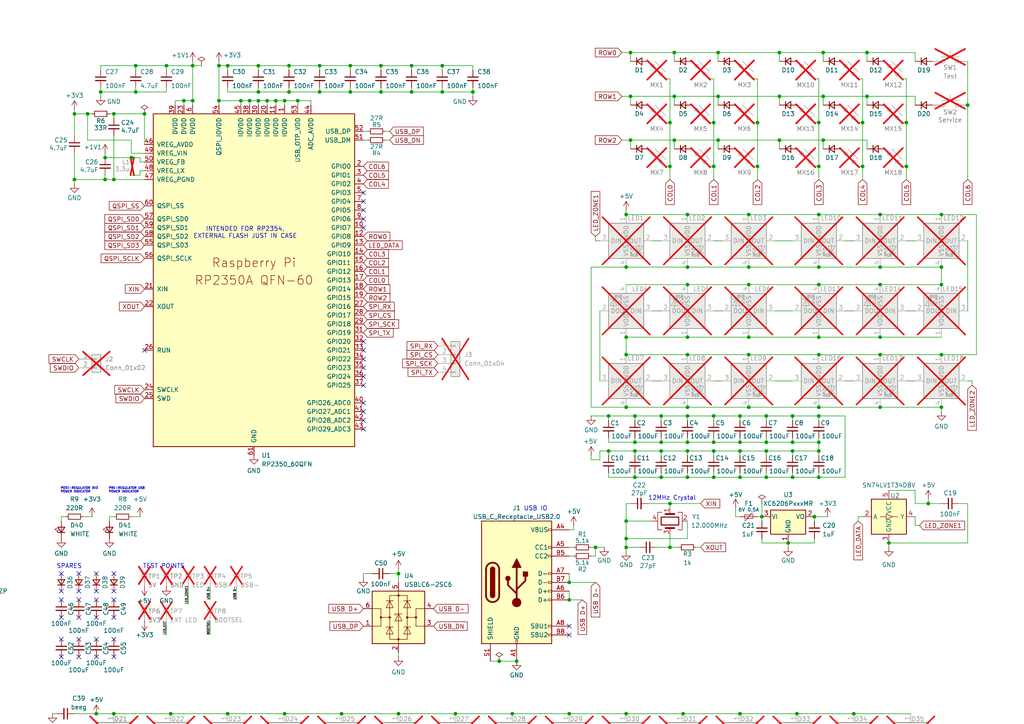
<source format=kicad_sch>
(kicad_sch (version 20231120) (generator "eeschema") (generator_version "8.0")
  (paper "A4")
  (junction (at 251.46 27.94))
  (junction (at 184.15 128.27))
  (junction (at 165.1 222.25))
  (junction (at 181.61 222.25))
  (junction (at 184.15 130.81))
  (junction (at 199.39 138.43))
  (junction (at 217.17 62.23))
  (junction (at 228.6 157.48))
  (junction (at 148.59 207.01))
  (junction (at 199.39 62.23))
  (junction (at 165.1 168.91))
  (junction (at 25.4 33.02))
  (junction (at 226.06 27.94))
  (junction (at 83.82 19.05))
  (junction (at 74.93 26.67))
  (junction (at 199.39 77.47))
  (junction (at -34.29 159.385))
  (junction (at 191.77 138.43))
  (junction (at 33.02 222.25))
  (junction (at 237.49 118.11))
  (junction (at 184.15 138.43))
  (junction (at 39.37 265.43))
  (junction (at 214.63 222.25))
  (junction (at 255.27 62.23))
  (junction (at 207.01 120.65))
  (junction (at -20.32 182.88))
  (junction (at 82.55 29.21))
  (junction (at 27.94 207.01))
  (junction (at 237.49 77.47))
  (junction (at 148.59 222.25))
  (junction (at -34.29 162.56))
  (junction (at 273.05 118.11))
  (junction (at 238.76 40.64))
  (junction (at 217.17 118.11))
  (junction (at 77.47 29.21))
  (junction (at 214.63 128.27))
  (junction (at 82.55 234.95))
  (junction (at 195.58 27.94))
  (junction (at 247.65 207.01))
  (junction (at 191.77 120.65))
  (junction (at 231.14 207.01))
  (junction (at 82.55 250.19))
  (junction (at 39.37 19.05))
  (junction (at 30.48 52.07))
  (junction (at 82.55 207.01))
  (junction (at 208.28 15.24))
  (junction (at 72.39 29.21))
  (junction (at 199.39 128.27))
  (junction (at 217.17 82.55))
  (junction (at 66.04 222.25))
  (junction (at 182.88 15.24))
  (junction (at 195.58 15.24))
  (junction (at 74.93 265.43))
  (junction (at 63.5 29.21))
  (junction (at 110.49 26.67))
  (junction (at 128.27 26.67))
  (junction (at 53.34 29.21))
  (junction (at 199.39 130.81))
  (junction (at 237.49 48.26))
  (junction (at 149.86 191.77))
  (junction (at 207.01 128.27))
  (junction (at 273.05 77.47))
  (junction (at 92.71 19.05))
  (junction (at 115.57 166.37))
  (junction (at 195.58 40.64))
  (junction (at 128.27 19.05))
  (junction (at 269.24 146.05))
  (junction (at 273.05 82.55))
  (junction (at 214.63 138.43))
  (junction (at 176.53 130.81))
  (junction (at 208.28 27.94))
  (junction (at 237.49 82.55))
  (junction (at 207.01 130.81))
  (junction (at 255.27 97.79))
  (junction (at 99.06 234.95))
  (junction (at 237.49 62.23))
  (junction (at 165.1 207.01))
  (junction (at 181.61 77.47))
  (junction (at 255.27 118.11))
  (junction (at 101.6 19.05))
  (junction (at 119.38 26.67))
  (junction (at 229.87 128.27))
  (junction (at 86.36 29.21))
  (junction (at 144.78 191.77))
  (junction (at 55.88 19.05))
  (junction (at 222.25 128.27))
  (junction (at 137.16 26.67))
  (junction (at 181.61 158.75))
  (junction (at 217.17 97.79))
  (junction (at 191.77 130.81))
  (junction (at 41.91 33.02))
  (junction (at -20.32 156.21))
  (junction (at 237.49 128.27))
  (junction (at 262.89 48.26))
  (junction (at 255.27 77.47))
  (junction (at 273.05 62.23))
  (junction (at 255.27 102.87))
  (junction (at 29.21 26.67))
  (junction (at 217.17 77.47))
  (junction (at 229.87 120.65))
  (junction (at 92.71 26.67))
  (junction (at 257.81 157.48))
  (junction (at 198.12 207.01))
  (junction (at 49.53 207.01))
  (junction (at 182.88 27.94))
  (junction (at 57.15 265.43))
  (junction (at 66.04 257.81))
  (junction (at 207.01 138.43))
  (junction (at 38.1 45.72))
  (junction (at 66.04 207.01))
  (junction (at 101.6 26.67))
  (junction (at 191.77 128.27))
  (junction (at 207.01 35.56))
  (junction (at 214.63 130.81))
  (junction (at 49.53 250.19))
  (junction (at 199.39 102.87))
  (junction (at 219.71 48.26))
  (junction (at 49.53 234.95))
  (junction (at 182.88 40.64))
  (junction (at 229.87 138.43))
  (junction (at 238.76 27.94))
  (junction (at 184.15 120.65))
  (junction (at 39.37 257.81))
  (junction (at -52.07 162.56))
  (junction (at 82.55 222.25))
  (junction (at 251.46 15.24))
  (junction (at 222.25 130.81))
  (junction (at 66.04 19.05))
  (junction (at 33.02 234.95))
  (junction (at 250.19 35.56))
  (junction (at 110.49 19.05))
  (junction (at 80.01 29.21))
  (junction (at 222.25 138.43))
  (junction (at 199.39 97.79))
  (junction (at 119.38 19.05))
  (junction (at 181.61 62.23))
  (junction (at 208.28 40.64))
  (junction (at 21.59 33.02))
  (junction (at 39.37 26.67))
  (junction (at 55.88 29.21))
  (junction (at 250.19 48.26))
  (junction (at 21.59 52.07))
  (junction (at 115.57 207.01))
  (junction (at 217.17 102.87))
  (junction (at 48.26 19.05))
  (junction (at 181.61 102.87))
  (junction (at 49.53 222.25))
  (junction (at 255.27 82.55))
  (junction (at 33.02 52.07))
  (junction (at 237.49 138.43))
  (junction (at 66.04 265.43))
  (junction (at 222.25 120.65))
  (junction (at 247.65 222.25))
  (junction (at 74.93 257.81))
  (junction (at 237.49 35.56))
  (junction (at 199.39 118.11))
  (junction (at 172.72 158.75))
  (junction (at 99.06 207.01))
  (junction (at 99.06 222.25))
  (junction (at 236.22 149.86))
  (junction (at 176.53 120.65))
  (junction (at 194.31 35.56))
  (junction (at 83.82 26.67))
  (junction (at 165.1 173.99))
  (junction (at 214.63 120.65))
  (junction (at 262.89 35.56))
  (junction (at 280.67 30.48))
  (junction (at 181.61 156.21))
  (junction (at 194.31 146.05))
  (junction (at 132.08 222.25))
  (junction (at 238.76 15.24))
  (junction (at 74.93 29.21))
  (junction (at 237.49 130.81))
  (junction (at 219.71 35.56))
  (junction (at 57.15 257.81))
  (junction (at 30.48 45.72))
  (junction (at 181.61 151.13))
  (junction (at 229.87 130.81))
  (junction (at 231.14 222.25))
  (junction (at 66.04 250.19))
  (junction (at 220.98 149.86))
  (junction (at 63.5 19.05))
  (junction (at 194.31 158.75))
  (junction (at 181.61 207.01))
  (junction (at 33.02 250.19))
  (junction (at 198.12 222.25))
  (junction (at 66.04 234.95))
  (junction (at 237.49 97.79))
  (junction (at 207.01 48.26))
  (junction (at 237.49 102.87))
  (junction (at 69.85 29.21))
  (junction (at 181.61 118.11))
  (junction (at 99.06 250.19))
  (junction (at 237.49 120.65))
  (junction (at 226.06 40.64))
  (junction (at 33.02 207.01))
  (junction (at 199.39 82.55))
  (junction (at 74.93 19.05))
  (junction (at 226.06 15.24))
  (junction (at 115.57 222.25))
  (junction (at 48.26 257.81))
  (junction (at 214.63 207.01))
  (junction (at 181.61 97.79))
  (junction (at 48.26 265.43))
  (junction (at 199.39 120.65))
  (junction (at 33.02 33.02))
  (junction (at 194.31 48.26))
  (junction (at 273.05 102.87))
  (junction (at 132.08 207.01))
  (no_connect (at 33.02 190.5))
  (no_connect (at 105.41 116.84))
  (no_connect (at 105.41 104.14))
  (no_connect (at 17.78 179.07))
  (no_connect (at 22.86 166.37))
  (no_connect (at 27.94 185.42))
  (no_connect (at 105.41 58.42))
  (no_connect (at 165.1 184.15))
  (no_connect (at 105.41 66.04))
  (no_connect (at 105.41 109.22))
  (no_connect (at 105.41 119.38))
  (no_connect (at 22.86 173.99))
  (no_connect (at 17.78 166.37))
  (no_connect (at 33.02 185.42))
  (no_connect (at 105.41 55.88))
  (no_connect (at 22.86 185.42))
  (no_connect (at 27.94 173.99))
  (no_connect (at 33.02 166.37))
  (no_connect (at 22.86 190.5))
  (no_connect (at 105.41 101.6))
  (no_connect (at 33.02 173.99))
  (no_connect (at 27.94 166.37))
  (no_connect (at 22.86 171.45))
  (no_connect (at 105.41 106.68))
  (no_connect (at 165.1 181.61))
  (no_connect (at 105.41 124.46))
  (no_connect (at 105.41 121.92))
  (no_connect (at 105.41 111.76))
  (no_connect (at 17.78 190.5))
  (no_connect (at 22.86 179.07))
  (no_connect (at 17.78 173.99))
  (no_connect (at 105.41 60.96))
  (no_connect (at 17.78 185.42))
  (no_connect (at 27.94 179.07))
  (no_connect (at 105.41 99.06))
  (no_connect (at 33.02 179.07))
  (no_connect (at 17.78 171.45))
  (no_connect (at 27.94 190.5))
  (no_connect (at 33.02 171.45))
  (no_connect (at 27.94 171.45))
  (no_connect (at 41.91 101.6))
  (no_connect (at 105.41 63.5))
  (wire (pts (xy 237.49 102.87) (xy 255.27 102.87)))
  (wire (pts (xy 25.4 33.02) (xy 25.4 40.64)))
  (wire (pts (xy 181.61 77.47) (xy 171.45 77.47)))
  (wire (pts (xy 83.82 19.05) (xy 92.71 19.05)))
  (wire (pts (xy 74.93 264.16) (xy 74.93 265.43)))
  (wire (pts (xy 66.04 207.01) (xy 82.55 207.01)))
  (wire (pts (xy 82.55 222.25) (xy 99.06 222.25)))
  (wire (pts (xy 189.23 214.63) (xy 190.5 214.63)))
  (wire (pts (xy 106.68 214.63) (xy 107.95 214.63)))
  (wire (pts (xy 74.93 265.43) (xy 66.04 265.43)))
  (wire (pts (xy 214.63 130.81) (xy 214.63 132.08)))
  (wire (pts (xy 207.01 127) (xy 207.01 128.27)))
  (wire (pts (xy 180.34 15.24) (xy 182.88 15.24)))
  (wire (pts (xy 261.62 48.26) (xy 262.89 48.26)))
  (wire (pts (xy 194.31 22.86) (xy 194.31 35.56)))
  (wire (pts (xy 199.39 97.79) (xy 181.61 97.79)))
  (wire (pts (xy 208.28 17.78) (xy 208.28 15.24)))
  (wire (pts (xy 82.55 207.01) (xy 99.06 207.01)))
  (wire (pts (xy 229.87 137.16) (xy 229.87 138.43)))
  (wire (pts (xy -20.32 182.88) (xy -17.78 182.88)))
  (wire (pts (xy 115.57 189.23) (xy 115.57 190.5)))
  (wire (pts (xy 194.31 154.94) (xy 194.31 158.75)))
  (wire (pts (xy 74.93 257.81) (xy 74.93 259.08)))
  (wire (pts (xy 237.49 62.23) (xy 255.27 62.23)))
  (wire (pts (xy -10.16 156.21) (xy -20.32 156.21)))
  (wire (pts (xy 217.17 97.79) (xy 199.39 97.79)))
  (wire (pts (xy 41.91 41.91) (xy 41.91 33.02)))
  (wire (pts (xy 182.88 27.94) (xy 195.58 27.94)))
  (wire (pts (xy 228.6 157.48) (xy 228.6 158.75)))
  (wire (pts (xy 226.06 40.64) (xy 238.76 40.64)))
  (wire (pts (xy 77.47 29.21) (xy 80.01 29.21)))
  (wire (pts (xy 181.61 222.25) (xy 198.12 222.25)))
  (wire (pts (xy 251.46 43.18) (xy 251.46 40.64)))
  (wire (pts (xy 261.62 35.56) (xy 262.89 35.56)))
  (wire (pts (xy 171.45 120.65) (xy 176.53 120.65)))
  (wire (pts (xy 255.27 77.47) (xy 273.05 77.47)))
  (wire (pts (xy 265.43 90.17) (xy 262.89 90.17)))
  (wire (pts (xy 273.05 62.23) (xy 283.21 62.23)))
  (wire (pts (xy 195.58 15.24) (xy 195.58 17.78)))
  (wire (pts (xy 207.01 130.81) (xy 207.01 132.08)))
  (wire (pts (xy 176.53 132.08) (xy 176.53 130.81)))
  (wire (pts (xy 205.74 22.86) (xy 207.01 22.86)))
  (wire (pts (xy 248.92 22.86) (xy 250.19 22.86)))
  (wire (pts (xy 207.01 35.56) (xy 207.01 48.26)))
  (wire (pts (xy 251.46 17.78) (xy 251.46 15.24)))
  (wire (pts (xy 195.58 27.94) (xy 195.58 30.48)))
  (wire (pts (xy 207.01 138.43) (xy 199.39 138.43)))
  (wire (pts (xy 176.53 138.43) (xy 176.53 137.16)))
  (wire (pts (xy 273.05 97.79) (xy 255.27 97.79)))
  (wire (pts (xy -10.16 161.29) (xy -10.16 162.56)))
  (wire (pts (xy 74.93 26.67) (xy 66.04 26.67)))
  (wire (pts (xy 214.63 128.27) (xy 207.01 128.27)))
  (wire (pts (xy 238.76 214.63) (xy 240.03 214.63)))
  (wire (pts (xy 27.94 207.01) (xy 33.02 207.01)))
  (wire (pts (xy 165.1 222.25) (xy 181.61 222.25)))
  (wire (pts (xy 176.53 128.27) (xy 176.53 127)))
  (wire (pts (xy 208.28 27.94) (xy 226.06 27.94)))
  (wire (pts (xy 21.59 39.37) (xy 21.59 33.02)))
  (wire (pts (xy 222.25 120.65) (xy 222.25 121.92)))
  (wire (pts (xy 99.06 250.19) (xy 115.57 250.19)))
  (wire (pts (xy 74.93 29.21) (xy 77.47 29.21)))
  (wire (pts (xy 82.55 29.21) (xy 82.55 30.48)))
  (wire (pts (xy 237.49 120.65) (xy 245.11 120.65)))
  (wire (pts (xy 222.25 128.27) (xy 214.63 128.27)))
  (wire (pts (xy 208.28 30.48) (xy 208.28 27.94)))
  (wire (pts (xy 219.71 22.86) (xy 219.71 35.56)))
  (wire (pts (xy 237.49 82.55) (xy 217.17 82.55)))
  (wire (pts (xy 172.72 214.63) (xy 173.99 214.63)))
  (wire (pts (xy 110.49 19.05) (xy 119.38 19.05)))
  (wire (pts (xy 33.02 52.07) (xy 41.91 52.07)))
  (wire (pts (xy 184.15 120.65) (xy 191.77 120.65)))
  (wire (pts (xy 99.06 222.25) (xy 115.57 222.25)))
  (wire (pts (xy 38.1 40.64) (xy 38.1 44.45)))
  (wire (pts (xy 229.87 120.65) (xy 237.49 120.65)))
  (wire (pts (xy 207.01 110.49) (xy 209.55 110.49)))
  (wire (pts (xy 265.43 17.78) (xy 265.43 15.24)))
  (wire (pts (xy 39.37 257.81) (xy 48.26 257.81)))
  (wire (pts (xy 128.27 19.05) (xy 128.27 20.32)))
  (wire (pts (xy 269.24 144.78) (xy 269.24 146.05)))
  (wire (pts (xy 280.67 30.48) (xy 280.67 52.07)))
  (wire (pts (xy 33.02 33.02) (xy 33.02 34.29)))
  (wire (pts (xy 265.43 152.4) (xy 265.43 149.86)))
  (wire (pts (xy 181.61 151.13) (xy 181.61 156.21)))
  (wire (pts (xy 218.44 35.56) (xy 219.71 35.56)))
  (wire (pts (xy 222.25 138.43) (xy 214.63 138.43)))
  (wire (pts (xy 214.63 222.25) (xy 231.14 222.25)))
  (wire (pts (xy 280.67 69.85) (xy 280.67 90.17)))
  (wire (pts (xy 229.87 128.27) (xy 222.25 128.27)))
  (wire (pts (xy 245.11 120.65) (xy 245.11 138.43)))
  (wire (pts (xy 48.26 264.16) (xy 48.26 265.43)))
  (wire (pts (xy 50.8 29.21) (xy 53.34 29.21)))
  (wire (pts (xy 49.53 207.01) (xy 66.04 207.01)))
  (wire (pts (xy 237.49 138.43) (xy 229.87 138.43)))
  (wire (pts (xy 184.15 120.65) (xy 184.15 121.92)))
  (wire (pts (xy 171.45 133.35) (xy 173.99 133.35)))
  (wire (pts (xy 229.87 130.81) (xy 229.87 132.08)))
  (wire (pts (xy 40.64 45.72) (xy 40.64 46.99)))
  (wire (pts (xy -35.56 159.385) (xy -34.29 159.385)))
  (wire (pts (xy 236.22 157.48) (xy 236.22 156.21)))
  (wire (pts (xy 132.08 207.01) (xy 148.59 207.01)))
  (wire (pts (xy 55.88 19.05) (xy 48.26 19.05)))
  (wire (pts (xy 218.44 22.86) (xy 219.71 22.86)))
  (wire (pts (xy 57.15 257.81) (xy 57.15 259.08)))
  (wire (pts (xy 21.59 44.45) (xy 21.59 52.07)))
  (wire (pts (xy 222.25 130.81) (xy 222.25 132.08)))
  (wire (pts (xy 182.88 40.64) (xy 195.58 40.64)))
  (wire (pts (xy 132.08 222.25) (xy 148.59 222.25)))
  (wire (pts (xy 251.46 30.48) (xy 251.46 27.94)))
  (wire (pts (xy 57.15 242.57) (xy 58.42 242.57)))
  (wire (pts (xy 262.89 35.56) (xy 262.89 48.26)))
  (wire (pts (xy 191.77 130.81) (xy 199.39 130.81)))
  (wire (pts (xy 182.88 27.94) (xy 182.88 30.48)))
  (wire (pts (xy 213.36 147.32) (xy 213.36 149.86)))
  (wire (pts (xy 29.21 20.32) (xy 29.21 19.05)))
  (wire (pts (xy 283.21 62.23) (xy 283.21 102.87)))
  (wire (pts (xy 199.39 127) (xy 199.39 128.27)))
  (wire (pts (xy -52.07 162.56) (xy -52.07 165.1)))
  (wire (pts (xy 63.5 30.48) (xy 63.5 29.21)))
  (wire (pts (xy 236.22 35.56) (xy 237.49 35.56)))
  (wire (pts (xy 31.75 149.86) (xy 31.75 151.13)))
  (wire (pts (xy 181.61 102.87) (xy 199.39 102.87)))
  (wire (pts (xy 156.21 214.63) (xy 157.48 214.63)))
  (wire (pts (xy 66.04 20.32) (xy 66.04 19.05)))
  (wire (pts (xy 237.49 48.26) (xy 237.49 52.07)))
  (wire (pts (xy -20.32 154.94) (xy -20.32 156.21)))
  (wire (pts (xy 105.41 166.37) (xy 107.95 166.37)))
  (wire (pts (xy 214.63 127) (xy 214.63 128.27)))
  (wire (pts (xy 255.27 97.79) (xy 237.49 97.79)))
  (wire (pts (xy 39.37 265.43) (xy 39.37 264.16)))
  (wire (pts (xy 123.19 214.63) (xy 124.46 214.63)))
  (wire (pts (xy 66.04 264.16) (xy 66.04 265.43)))
  (wire (pts (xy 199.39 137.16) (xy 199.39 138.43)))
  (wire (pts (xy 199.39 130.81) (xy 199.39 132.08)))
  (wire (pts (xy 237.49 137.16) (xy 237.49 138.43)))
  (wire (pts (xy 55.88 17.78) (xy 55.88 19.05)))
  (wire (pts (xy 30.48 44.45) (xy 30.48 45.72)))
  (wire (pts (xy 115.57 207.01) (xy 132.08 207.01)))
  (wire (pts (xy -20.32 184.15) (xy -20.32 182.88)))
  (wire (pts (xy 21.59 52.07) (xy 30.48 52.07)))
  (wire (pts (xy 237.49 128.27) (xy 229.87 128.27)))
  (wire (pts (xy 207.01 137.16) (xy 207.01 138.43)))
  (wire (pts (xy 191.77 120.65) (xy 191.77 121.92)))
  (wire (pts (xy 281.94 110.49) (xy 280.67 110.49)))
  (wire (pts (xy 83.82 26.67) (xy 74.93 26.67)))
  (wire (pts (xy 66.04 265.43) (xy 57.15 265.43)))
  (wire (pts (xy 128.27 19.05) (xy 137.16 19.05)))
  (wire (pts (xy 217.17 118.11) (xy 199.39 118.11)))
  (wire (pts (xy 176.53 130.81) (xy 184.15 130.81)))
  (wire (pts (xy 281.94 111.76) (xy 281.94 110.49)))
  (wire (pts (xy 181.61 146.05) (xy 182.88 146.05)))
  (wire (pts (xy 219.71 149.86) (xy 220.98 149.86)))
  (wire (pts (xy 165.1 168.91) (xy 172.72 168.91)))
  (wire (pts (xy 69.85 29.21) (xy 69.85 30.48)))
  (wire (pts (xy 238.76 27.94) (xy 238.76 30.48)))
  (wire (pts (xy 224.79 110.49) (xy 229.87 110.49)))
  (wire (pts (xy 257.81 142.24) (xy 265.43 142.24)))
  (wire (pts (xy 262.89 110.49) (xy 265.43 110.49)))
  (wire (pts (xy 29.21 26.67) (xy 29.21 27.94)))
  (wire (pts (xy 15.24 207.01) (xy 16.51 207.01)))
  (wire (pts (xy 226.06 27.94) (xy 238.76 27.94)))
  (wire (pts (xy 21.59 31.75) (xy 21.59 33.02)))
  (wire (pts (xy -45.72 162.56) (xy -34.29 162.56)))
  (wire (pts (xy 236.22 149.86) (xy 240.03 149.86)))
  (wire (pts (xy 139.7 214.63) (xy 140.97 214.63)))
  (wire (pts (xy 237.49 120.65) (xy 237.49 121.92)))
  (wire (pts (xy 199.39 102.87) (xy 217.17 102.87)))
  (wire (pts (xy 38.1 44.45) (xy 41.91 44.45)))
  (wire (pts (xy 137.16 25.4) (xy 137.16 26.67)))
  (wire (pts (xy 172.72 158.75) (xy 172.72 161.29)))
  (wire (pts (xy 48.26 257.81) (xy 48.26 259.08)))
  (wire (pts (xy 217.17 102.87) (xy 237.49 102.87)))
  (wire (pts (xy 119.38 26.67) (xy 110.49 26.67)))
  (wire (pts (xy 66.04 26.67) (xy 66.04 25.4)))
  (wire (pts (xy 220.98 149.86) (xy 220.98 151.13)))
  (wire (pts (xy 101.6 25.4) (xy 101.6 26.67)))
  (wire (pts (xy 199.39 130.81) (xy 207.01 130.81)))
  (wire (pts (xy 181.61 160.02) (xy 181.61 158.75)))
  (wire (pts (xy 33.02 33.02) (xy 41.91 33.02)))
  (wire (pts (xy 57.15 265.43) (xy 48.26 265.43)))
  (wire (pts (xy 110.49 25.4) (xy 110.49 26.67)))
  (wire (pts (xy 220.98 157.48) (xy 228.6 157.48)))
  (wire (pts (xy 33.02 250.19) (xy 49.53 250.19)))
  (wire (pts (xy 226.06 27.94) (xy 226.06 30.48)))
  (wire (pts (xy 66.04 19.05) (xy 74.93 19.05)))
  (wire (pts (xy 199.39 62.23) (xy 217.17 62.23)))
  (wire (pts (xy 214.63 120.65) (xy 214.63 121.92)))
  (wire (pts (xy 106.68 40.64) (xy 105.41 40.64)))
  (wire (pts (xy 199.39 156.21) (xy 181.61 156.21)))
  (wire (pts (xy 40.64 214.63) (xy 41.91 214.63)))
  (wire (pts (xy 165.1 207.01) (xy 181.61 207.01)))
  (wire (pts (xy 106.68 38.1) (xy 105.41 38.1)))
  (wire (pts (xy 280.67 17.78) (xy 280.67 30.48)))
  (wire (pts (xy 222.25 130.81) (xy 229.87 130.81)))
  (wire (pts (xy 220.98 156.21) (xy 220.98 157.48)))
  (wire (pts (xy 165.1 171.45) (xy 165.1 173.99)))
  (wire (pts (xy 128.27 25.4) (xy 128.27 26.67)))
  (wire (pts (xy 172.72 158.75) (xy 175.26 158.75)))
  (wire (pts (xy 53.34 29.21) (xy 53.34 30.48)))
  (wire (pts (xy 60.96 170.18) (xy 60.96 173.99)))
  (wire (pts (xy 237.49 77.47) (xy 255.27 77.47)))
  (wire (pts (xy 40.64 242.57) (xy 41.91 242.57)))
  (wire (pts (xy 39.37 26.67) (xy 48.26 26.67)))
  (wire (pts (xy 106.68 242.57) (xy 107.95 242.57)))
  (wire (pts (xy 219.71 35.56) (xy 219.71 48.26)))
  (wire (pts (xy 119.38 19.05) (xy 128.27 19.05)))
  (wire (pts (xy 224.79 69.85) (xy 229.87 69.85)))
  (wire (pts (xy 60.96 180.34) (xy 60.96 184.15)))
  (wire (pts (xy 257.81 157.48) (xy 280.67 157.48)))
  (wire (pts (xy 189.23 110.49) (xy 191.77 110.49)))
  (wire (pts (xy 237.49 97.79) (xy 217.17 97.79)))
  (wire (pts (xy 29.21 25.4) (xy 29.21 26.67)))
  (wire (pts (xy 172.72 69.85) (xy 173.99 69.85)))
  (wire (pts (xy 266.7 152.4) (xy 265.43 152.4)))
  (wire (pts (xy 55.88 19.05) (xy 58.42 19.05)))
  (wire (pts (xy 207.01 130.81) (xy 214.63 130.81)))
  (wire (pts (xy 38.1 149.86) (xy 40.64 149.86)))
  (wire (pts (xy 208.28 40.64) (xy 226.06 40.64)))
  (wire (pts (xy 90.17 214.63) (xy 91.44 214.63)))
  (wire (pts (xy 191.77 130.81) (xy 191.77 132.08)))
  (wire (pts (xy 27.94 222.25) (xy 33.02 222.25)))
  (wire (pts (xy 247.65 207.01) (xy 264.16 207.01)))
  (wire (pts (xy 257.81 158.75) (xy 257.81 157.48)))
  (wire (pts (xy 119.38 25.4) (xy 119.38 26.67)))
  (wire (pts (xy 265.43 27.94) (xy 251.46 27.94)))
  (wire (pts (xy 33.02 207.01) (xy 49.53 207.01)))
  (wire (pts (xy 27.94 234.95) (xy 33.02 234.95)))
  (wire (pts (xy 180.34 27.94) (xy 182.88 27.94)))
  (wire (pts (xy 214.63 130.81) (xy 222.25 130.81)))
  (wire (pts (xy 74.93 25.4) (xy 74.93 26.67)))
  (wire (pts (xy 191.77 127) (xy 191.77 128.27)))
  (wire (pts (xy 39.37 19.05) (xy 39.37 20.32)))
  (wire (pts (xy 40.64 46.99) (xy 41.91 46.99)))
  (wire (pts (xy 49.53 234.95) (xy 66.04 234.95)))
  (wire (pts (xy 280.67 146.05) (xy 278.13 146.05)))
  (wire (pts (xy 74.93 19.05) (xy 83.82 19.05)))
  (wire (pts (xy 217.17 118.11) (xy 237.49 118.11)))
  (wire (pts (xy 184.15 127) (xy 184.15 128.27)))
  (wire (pts (xy 238.76 15.24) (xy 251.46 15.24)))
  (wire (pts (xy 262.89 69.85) (xy 265.43 69.85)))
  (wire (pts (xy 262.89 22.86) (xy 262.89 35.56)))
  (wire (pts (xy 66.04 250.19) (xy 82.55 250.19)))
  (wire (pts (xy 101.6 19.05) (xy 101.6 20.32)))
  (wire (pts (xy 255.27 82.55) (xy 237.49 82.55)))
  (wire (pts (xy 226.06 40.64) (xy 226.06 43.18)))
  (wire (pts (xy 142.24 191.77) (xy 144.78 191.77)))
  (wire (pts (xy 217.17 77.47) (xy 237.49 77.47)))
  (wire (pts (xy 66.04 257.81) (xy 66.04 259.08)))
  (wire (pts (xy 49.53 250.19) (xy 66.04 250.19)))
  (wire (pts (xy 176.53 121.92) (xy 176.53 120.65)))
  (wire (pts (xy 231.14 207.01) (xy 247.65 207.01)))
  (wire (pts (xy 144.78 191.77) (xy 149.86 191.77)))
  (wire (pts (xy 25.4 33.02) (xy 26.67 33.02)))
  (wire (pts (xy 199.39 138.43) (xy 191.77 138.43)))
  (wire (pts (xy 187.96 146.05) (xy 194.31 146.05)))
  (wire (pts (xy -52.07 165.1) (xy -46.99 165.1)))
  (wire (pts (xy 208.28 43.18) (xy 208.28 40.64)))
  (wire (pts (xy 66.04 257.81) (xy 74.93 257.81)))
  (wire (pts (xy 255.27 102.87) (xy 273.05 102.87)))
  (wire (pts (xy 194.31 35.56) (xy 194.31 48.26)))
  (wire (pts (xy 195.58 15.24) (xy 208.28 15.24)))
  (wire (pts (xy 222.25 137.16) (xy 222.25 138.43)))
  (wire (pts (xy 182.88 40.64) (xy 182.88 43.18)))
  (wire (pts (xy -34.29 159.385) (xy -34.29 162.56)))
  (wire (pts (xy 86.36 29.21) (xy 86.36 30.48)))
  (wire (pts (xy 33.02 222.25) (xy 49.53 222.25)))
  (wire (pts (xy 184.15 130.81) (xy 191.77 130.81)))
  (wire (pts (xy 173.99 90.17) (xy 173.99 110.49)))
  (wire (pts (xy 57.15 264.16) (xy 57.15 265.43)))
  (wire (pts (xy 236.22 149.86) (xy 236.22 151.13)))
  (wire (pts (xy 113.03 166.37) (xy 115.57 166.37)))
  (wire (pts (xy 55.88 19.05) (xy 55.88 29.21)))
  (wire (pts (xy 48.26 180.34) (xy 48.26 184.15)))
  (wire (pts (xy 101.6 26.67) (xy 92.71 26.67)))
  (wire (pts (xy 261.62 22.86) (xy 262.89 22.86)))
  (wire (pts (xy 237.49 128.27) (xy 237.49 130.81)))
  (wire (pts (xy 17.78 149.86) (xy 17.78 151.13)))
  (wire (pts (xy 238.76 40.64) (xy 238.76 43.18)))
  (wire (pts (xy 198.12 207.01) (xy 214.63 207.01)))
  (wire (pts (xy 236.22 48.26) (xy 237.49 48.26)))
  (wire (pts (xy 63.5 29.21) (xy 69.85 29.21)))
  (wire (pts (xy 82.55 234.95) (xy 99.06 234.95)))
  (wire (pts (xy 86.36 29.21) (xy 90.17 29.21)))
  (wire (pts (xy 83.82 25.4) (xy 83.82 26.67)))
  (wire (pts (xy 165.1 161.29) (xy 166.37 161.29)))
  (wire (pts (xy 148.59 207.01) (xy 165.1 207.01)))
  (wire (pts (xy 171.45 77.47) (xy 171.45 118.11)))
  (wire (pts (xy -29.21 156.21) (xy -34.29 156.21)))
  (wire (pts (xy 39.37 25.4) (xy 39.37 26.67)))
  (wire (pts (xy 55.88 30.48) (xy 55.88 29.21)))
  (wire (pts (xy 193.04 35.56) (xy 194.31 35.56)))
  (wire (pts (xy 189.23 69.85) (xy 191.77 69.85)))
  (wire (pts (xy 214.63 137.16) (xy 214.63 138.43)))
  (wire (pts (xy 226.06 15.24) (xy 226.06 17.78)))
  (wire (pts (xy 83.82 264.16) (xy 83.82 265.43)))
  (wire (pts (xy 199.39 128.27) (xy 191.77 128.27)))
  (wire (pts (xy 83.82 20.32) (xy 83.82 19.05)))
  (wire (pts (xy 217.17 77.47) (xy 199.39 77.47)))
  (wire (pts (xy 19.05 149.86) (xy 17.78 149.86)))
  (wire (pts (xy 218.44 48.26) (xy 219.71 48.26)))
  (wire (pts (xy 248.92 35.56) (xy 250.19 35.56)))
  (wire (pts (xy 38.1 45.72) (xy 40.64 45.72)))
  (wire (pts (xy 209.55 90.17) (xy 207.01 90.17)))
  (wire (pts (xy 119.38 19.05) (xy 119.38 20.32)))
  (wire (pts (xy 229.87 120.65) (xy 229.87 121.92)))
  (wire (pts (xy 72.39 29.21) (xy 69.85 29.21)))
  (wire (pts (xy 30.48 52.07) (xy 33.02 52.07)))
  (wire (pts (xy 72.39 29.21) (xy 72.39 30.48)))
  (wire (pts (xy 255.27 62.23) (xy 273.05 62.23)))
  (wire (pts (xy 49.53 222.25) (xy 66.04 222.25)))
  (wire (pts (xy 92.71 19.05) (xy 101.6 19.05)))
  (wire (pts (xy 199.39 118.11) (xy 181.61 118.11)))
  (wire (pts (xy 191.77 138.43) (xy 184.15 138.43)))
  (wire (pts (xy 57.15 257.81) (xy 66.04 257.81)))
  (wire (pts (xy 176.53 120.65) (xy 184.15 120.65)))
  (wire (pts (xy 250.19 22.86) (xy 250.19 35.56)))
  (wire (pts (xy 205.74 35.56) (xy 207.01 35.56)))
  (wire (pts (xy 195.58 27.94) (xy 208.28 27.94)))
  (wire (pts (xy 165.1 153.67) (xy 166.37 153.67)))
  (wire (pts (xy 236.22 22.86) (xy 237.49 22.86)))
  (wire (pts (xy 213.36 149.86) (xy 214.63 149.86)))
  (wire (pts (xy 29.21 26.67) (xy 39.37 26.67)))
  (wire (pts (xy 255.27 214.63) (xy 256.54 214.63)))
  (wire (pts (xy 165.1 158.75) (xy 166.37 158.75)))
  (wire (pts (xy 237.49 35.56) (xy 237.49 48.26)))
  (wire (pts (xy 74.93 30.48) (xy 74.93 29.21)))
  (wire (pts (xy 113.03 40.64) (xy 111.76 40.64)))
  (wire (pts (xy 99.06 207.01) (xy 115.57 207.01)))
  (wire (pts (xy 72.39 29.21) (xy 74.93 29.21)))
  (wire (pts (xy 99.06 234.95) (xy 115.57 234.95)))
  (wire (pts (xy 40.64 50.8) (xy 40.64 49.53)))
  (wire (pts (xy 48.26 20.32) (xy 48.26 19.05)))
  (wire (pts (xy 113.03 38.1) (xy 111.76 38.1)))
  (wire (pts (xy 165.1 173.99) (xy 168.91 173.99)))
  (wire (pts (xy 191.77 90.17) (xy 189.23 90.17)))
  (wire (pts (xy 92.71 26.67) (xy 83.82 26.67)))
  (wire (pts (xy 39.37 259.08) (xy 39.37 257.81)))
  (wire (pts (xy 205.74 48.26) (xy 207.01 48.26)))
  (wire (pts (xy 207.01 69.85) (xy 209.55 69.85)))
  (wire (pts (xy 237.49 130.81) (xy 237.49 132.08)))
  (wire (pts (xy 137.16 26.67) (xy 128.27 26.67)))
  (wire (pts (xy 73.66 214.63) (xy 74.93 214.63)))
  (wire (pts (xy 199.39 120.65) (xy 199.39 121.92)))
  (wire (pts (xy 194.31 48.26) (xy 194.31 52.07)))
  (wire (pts (xy 33.02 39.37) (xy 33.02 52.07)))
  (wire (pts (xy 34.29 265.43) (xy 39.37 265.43)))
  (wire (pts (xy 63.5 19.05) (xy 63.5 29.21)))
  (wire (pts (xy 181.61 118.11) (xy 171.45 118.11)))
  (wire (pts (xy 219.71 48.26) (xy 219.71 52.07)))
  (wire (pts (xy 194.31 158.75) (xy 196.85 158.75)))
  (wire (pts (xy 80.01 29.21) (xy 80.01 30.48)))
  (wire (pts (xy 74.93 19.05) (xy 74.93 20.32)))
  (wire (pts (xy 265.43 142.24) (xy 265.43 146.05)))
  (wire (pts (xy 80.01 29.21) (xy 82.55 29.21)))
  (wire (pts (xy 194.31 146.05) (xy 203.2 146.05)))
  (wire (pts (xy 217.17 82.55) (xy 199.39 82.55)))
  (wire (pts (xy 21.59 52.07) (xy 21.59 53.34)))
  (wire (pts (xy 33.02 149.86) (xy 31.75 149.86)))
  (wire (pts (xy 193.04 48.26) (xy 194.31 48.26)))
  (wire (pts (xy 245.11 69.85) (xy 247.65 69.85)))
  (wire (pts (xy 222.25 127) (xy 222.25 128.27)))
  (wire (pts (xy 90.17 30.48) (xy 90.17 29.21)))
  (wire (pts (xy 229.87 138.43) (xy 222.25 138.43)))
  (wire (pts (xy 184.15 128.27) (xy 176.53 128.27)))
  (wire (pts (xy 247.65 90.17) (xy 245.11 90.17)))
  (wire (pts (xy 283.21 102.87) (xy 273.05 102.87)))
  (wire (pts (xy 193.04 22.86) (xy 194.31 22.86)))
  (wire (pts (xy 184.15 137.16) (xy 184.15 138.43)))
  (wire (pts (xy 273.05 77.47) (xy 273.05 82.55)))
  (wire (pts (xy 115.57 222.25) (xy 132.08 222.25)))
  (wire (pts (xy 191.77 120.65) (xy 199.39 120.65)))
  (wire (pts (xy 166.37 153.67) (xy 166.37 152.4)))
  (wire (pts (xy 101.6 19.05) (xy 110.49 19.05)))
  (wire (pts (xy 265.43 30.48) (xy 265.43 27.94)))
  (wire (pts (xy 171.45 133.35) (xy 171.45 132.08)))
  (wire (pts (xy 248.92 149.86) (xy 250.19 149.86)))
  (wire (pts (xy 165.1 166.37) (xy 165.1 168.91)))
  (wire (pts (xy 181.61 97.79) (xy 181.61 102.87)))
  (wire (pts (xy 172.72 161.29) (xy 171.45 161.29)))
  (wire (pts (xy 40.64 49.53) (xy 41.91 49.53)))
  (wire (pts (xy 214.63 207.01) (xy 231.14 207.01)))
  (wire (pts (xy 195.58 40.64) (xy 195.58 43.18)))
  (wire (pts (xy 31.75 33.02) (xy 33.02 33.02)))
  (wire (pts (xy 48.26 26.67) (xy 48.26 25.4)))
  (wire (pts (xy 265.43 15.24) (xy 251.46 15.24)))
  (wire (pts (xy 245.11 138.43) (xy 237.49 138.43)))
  (wire (pts (xy 250.19 48.26) (xy 250.19 52.07)))
  (wire (pts (xy 30.48 45.72) (xy 38.1 45.72)))
  (wire (pts (xy 34.29 257.81) (xy 39.37 257.81)))
  (wire (pts (xy 237.49 127) (xy 237.49 128.27)))
  (wire (pts (xy 214.63 120.65) (xy 222.25 120.65)))
  (wire (pts (xy 237.49 118.11) (xy 255.27 118.11)))
  (wire (pts (xy 194.31 146.05) (xy 194.31 147.32)))
  (wire (pts (xy 30.48 50.8) (xy 30.48 52.07)))
  (wire (pts (xy 229.87 90.17) (xy 224.79 90.17)))
  (wire (pts (xy 229.87 127) (xy 229.87 128.27)))
  (wire (pts (xy 21.59 33.02) (xy 25.4 33.02)))
  (wire (pts (xy 115.57 166.37) (xy 115.57 168.91)))
  (wire (pts (xy 92.71 25.4) (xy 92.71 26.67)))
  (wire (pts (xy 248.92 151.13) (xy 248.92 149.86)))
  (wire (pts (xy 203.2 158.75) (xy 201.93 158.75)))
  (wire (pts (xy 226.06 15.24) (xy 238.76 15.24)))
  (wire (pts (xy 29.21 19.05) (xy 39.37 19.05)))
  (wire (pts (xy 222.25 214.63) (xy 223.52 214.63)))
  (wire (pts (xy 198.12 222.25) (xy 214.63 222.25)))
  (wire (pts (xy 191.77 128.27) (xy 184.15 128.27)))
  (wire (pts (xy 181.61 158.75) (xy 185.42 158.75)))
  (wire (pts (xy 238.76 15.24) (xy 238.76 17.78)))
  (wire (pts (xy 57.15 214.63) (xy 58.42 214.63)))
  (wire (pts (xy 48.26 19.05) (xy 39.37 19.05)))
  (wire (pts (xy 207.01 120.65) (xy 214.63 120.65)))
  (wire (pts (xy 181.61 62.23) (xy 199.39 62.23)))
  (wire (pts (xy 181.61 151.13) (xy 189.23 151.13)))
  (wire (pts (xy 48.26 265.43) (xy 39.37 265.43)))
  (wire (pts (xy 105.41 167.64) (xy 105.41 166.37)))
  (wire (pts (xy 115.57 165.1) (xy 115.57 166.37)))
  (wire (pts (xy 53.34 29.21) (xy 55.88 29.21)))
  (wire (pts (xy 280.67 157.48) (xy 280.67 146.05)))
  (wire (pts (xy 73.66 242.57) (xy 74.93 242.57)))
  (wire (pts (xy 68.58 170.18) (xy 68.58 173.99)))
  (wire (pts (xy 222.25 120.65) (xy 229.87 120.65)))
  (wire (pts (xy 269.24 146.05) (xy 273.05 146.05)))
  (wire (pts (xy 247.65 222.25) (xy 264.16 222.25)))
  (wire (pts (xy 74.93 257.81) (xy 83.82 257.81)))
  (wire (pts (xy 90.17 242.57) (xy 91.44 242.57)))
  (wire (pts (xy 24.13 149.86) (xy 26.67 149.86)))
  (wire (pts (xy 237.49 22.86) (xy 237.49 35.56)))
  (wire (pts (xy 250.19 35.56) (xy 250.19 48.26)))
  (wire (pts (xy 77.47 29.21) (xy 77.47 30.48)))
  (wire (pts (xy -62.23 162.56) (xy -62.23 165.1)))
  (wire (pts (xy 191.77 137.16) (xy 191.77 138.43)))
  (wire (pts (xy 228.6 157.48) (xy 236.22 157.48)))
  (wire (pts (xy 207.01 128.27) (xy 199.39 128.27)))
  (wire (pts (xy 199.39 77.47) (xy 181.61 77.47)))
  (wire (pts (xy 273.05 82.55) (xy 255.27 82.55)))
  (wire (pts (xy 195.58 40.64) (xy 208.28 40.64)))
  (wire (pts (xy 33.02 234.95) (xy 49.53 234.95)))
  (wire (pts (xy -34.29 156.21) (xy -34.29 159.385)))
  (wire (pts (xy 245.11 110.49) (xy 247.65 110.49)))
  (wire (pts (xy 110.49 19.05) (xy 110.49 20.32)))
  (wire (pts (xy 181.61 207.01) (xy 198.12 207.01)))
  (wire (pts (xy 207.01 48.26) (xy 207.01 52.07)))
  (wire (pts (xy 255.27 118.11) (xy 273.05 118.11)))
  (wire (pts (xy 217.17 62.23) (xy 237.49 62.23)))
  (wire (pts (xy -52.07 162.56) (xy -50.8 162.56)))
  (wire (pts (xy 92.71 19.05) (xy 92.71 20.32)))
  (wire (pts (xy 137.16 19.05) (xy 137.16 20.32)))
  (wire (pts (xy 262.89 48.26) (xy 262.89 52.07)))
  (wire (pts (xy 182.88 15.24) (xy 195.58 15.24)))
  (wire (pts (xy 199.39 120.65) (xy 207.01 120.65)))
  (wire (pts (xy 205.74 214.63) (xy 207.01 214.63)))
  (wire (pts (xy 48.26 257.81) (xy 57.15 257.81)))
  (wire (pts (xy 184.15 138.43) (xy 176.53 138.43)))
  (wire (pts (xy 273.05 118.11) (xy 273.05 119.38)))
  (wire (pts (xy 238.76 27.94) (xy 251.46 27.94)))
  (wire (pts (xy 172.72 158.75) (xy 171.45 158.75)))
  (wire (pts (xy 148.59 222.25) (xy 165.1 222.25)))
  (wire (pts (xy 220.98 146.05) (xy 220.98 149.86)))
  (wire (pts (xy 199.39 151.13) (xy 199.39 156.21)))
  (wire (pts (xy 207.01 22.86) (xy 207.01 35.56)))
  (wire (pts (xy 207.01 120.65) (xy 207.01 121.92)))
  (wire (pts (xy 181.61 156.21) (xy 181.61 158.75)))
  (wire (pts (xy 63.5 17.78) (xy 63.5 19.05)))
  (wire (pts (xy 82.55 29.21) (xy 86.36 29.21)))
  (wire (pts (xy 54.61 170.18) (xy 54.61 175.26)))
  (wire (pts (xy 25.4 40.64) (xy 38.1 40.64)))
  (wire (pts (xy 181.61 151.13) (xy 181.61 146.05)))
  (wire (pts (xy 181.61 60.96) (xy 181.61 62.23)))
  (wire (pts (xy 83.82 257.81) (xy 83.82 259.08)))
  (wire (pts (xy 27.94 250.19) (xy 33.02 250.19)))
  (wire (pts (xy 180.34 40.64) (xy 182.88 40.64)))
  (wire (pts (xy 82.55 250.19) (xy 99.06 250.19)))
  (wire (pts (xy 66.04 234.95) (xy 82.55 234.95)))
  (wire (pts (xy 184.15 130.81) (xy 184.15 132.08)))
  (wire (pts (xy -24.13 156.21) (xy -20.32 156.21)))
  (wire (pts (xy 208.28 15.24) (xy 226.06 15.24)))
  (wire (pts (xy 173.99 130.81) (xy 176.53 130.81)))
  (wire (pts (xy 128.27 26.67) (xy 119.38 26.67)))
  (wire (pts (xy -34.29 162.56) (xy -30.48 162.56)))
  (wire (pts (xy 110.49 26.67) (xy 101.6 26.67)))
  (wire (pts (xy 38.1 50.8) (xy 40.64 50.8)))
  (wire (pts (xy 66.04 222.25) (xy 82.55 222.25)))
  (wire (pts (xy 238.76 40.64) (xy 251.46 40.64)))
  (wire (pts (xy 172.72 68.58) (xy 172.72 69.85)))
  (wire (pts (xy 265.43 146.05) (xy 269.24 146.05)))
  (wire (pts (xy 182.88 15.24) (xy 182.88 17.78)))
  (wire (pts (xy 137.16 26.67) (xy 137.16 27.94)))
  (wire (pts (xy 63.5 19.05) (xy 66.04 19.05)))
  (wire (pts (xy 173.99 133.35) (xy 173.99 130.81)))
  (wire (pts (xy 214.63 138.43) (xy 207.01 138.43)))
  (wire (pts (xy -20.32 156.21) (xy -20.32 157.48)))
  (wire (pts (xy 231.14 222.25) (xy 247.65 222.25)))
  (wire (pts (xy 199.39 82.55) (xy 181.61 82.55)))
  (wire (pts (xy 50.8 30.48) (xy 50.8 29.21)))
  (wire (pts (xy 83.82 265.43) (xy 74.93 265.43)))
  (wire (pts (xy 190.5 158.75) (xy 194.31 158.75)))
  (wire (pts (xy 248.92 48.26) (xy 250.19 48.26)))
  (wire (pts (xy 21.59 207.01) (xy 27.94 207.01)))
  (wire (pts (xy 229.87 130.81) (xy 237.49 130.81)))
  (text "Flash Memory" (at -19.558 155.956 0) (effects (font (size 1.27 1.27)) (justify left bottom)))
  (text "PRE-REGULATOR USB\nPOWER INDICATOR" (at 31.496 142.24 0) (effects (font (size 0.635 0.635)) (justify left)))
  (text "INTENDED FOR RP2354,\nEXTERNAL FLASH JUST IN CASE" (at 71.12 67.564 0) (effects (font (size 1.27 1.27))))
  (text "12MHz Crystal" (at 187.96 145.288 0) (effects (font (size 1.27 1.27)) (justify left bottom)))
  (text "USB IO" (at 151.892 148.336 0) (effects (font (size 1.27 1.27)) (justify left bottom)))
  (text "POST-REGULATOR 3V3\nPOWER INDICATOR" (at 17.526 142.24 0) (effects (font (size 0.635 0.635)) (justify left)))
  (text "TEST POINTS" (at 47.498 164.338 0) (effects (font (size 1.27 1.27))))
  (text "SPARES" (at 20.066 164.338 0) (effects (font (size 1.27 1.27))))
  (label "USB D+" (at 60.96 173.99 90) (effects (font (size 0.635 0.635))))
  (label "BOOTSEL" (at -46.99 165.1 180) (effects (font (size 0.635 0.635))))
  (label "LED_EXT" (at 48.26 184.15 90) (effects (font (size 0.635 0.635))))
  (label "BOOTSEL" (at 60.96 184.15 90) (effects (font (size 0.635 0.635))))
  (label "USB D-" (at 68.58 173.99 90) (effects (font (size 0.635 0.635))))
  (label "LED_ZONE1" (at 54.61 175.26 90) (effects (font (size 0.635 0.635))))
  (global_label "COL0" (shape input) (at 105.41 81.28 0) (property "Intersheetrefs" "${INTERSHEET_REFS}" (effects (hide yes))))
  (global_label "ROW1" (shape input) (at 105.41 83.82 0) (property "Intersheetrefs" "${INTERSHEET_REFS}" (effects (hide yes))))
  (global_label "LED_DATA" (shape input) (at 248.92 151.13 270) (property "Intersheetrefs" "${INTERSHEET_REFS}" (effects (hide yes))))
  (global_label "COL6" (shape input) (at 280.67 52.07 270) (property "Intersheetrefs" "${INTERSHEET_REFS}" (effects (hide yes))))
  (global_label "ROW1" (shape input) (at 180.34 27.94 180) (property "Intersheetrefs" "${INTERSHEET_REFS}" (effects (hide yes))))
  (global_label "COL3" (shape input) (at 237.49 52.07 270) (property "Intersheetrefs" "${INTERSHEET_REFS}" (effects (hide yes))))
  (global_label "USB_DP" (shape input) (at 105.41 181.61 180) (property "Intersheetrefs" "${INTERSHEET_REFS}" (effects (hide yes))))
  (global_label "SPI_SCK" (shape input) (at 105.41 93.98 0) (property "Intersheetrefs" "${INTERSHEET_REFS}" (effects (hide yes))))
  (global_label "QSPI_SS" (shape input) (at 41.91 59.69 180) (property "Intersheetrefs" "${INTERSHEET_REFS}" (effects (hide yes))))
  (global_label "QSPI_SS" (shape input) (at -35.56 159.385 180) (property "Intersheetrefs" "${INTERSHEET_REFS}" (effects (hide yes))))
  (global_label "QSPI_SD0" (shape input) (at -30.48 167.64 180) (property "Intersheetrefs" "${INTERSHEET_REFS}" (effects (hide yes))))
  (global_label "QSPI_SD3" (shape input) (at -30.48 175.26 180) (property "Intersheetrefs" "${INTERSHEET_REFS}" (effects (hide yes))))
  (global_label "SWCLK" (shape input) (at 41.91 113.03 180) (property "Intersheetrefs" "${INTERSHEET_REFS}" (effects (hide yes))))
  (global_label "QSPI_SD1" (shape input) (at 41.91 66.04 180) (property "Intersheetrefs" "${INTERSHEET_REFS}" (effects (hide yes))))
  (global_label "USB D-" (shape input) (at 172.72 168.91 270) (property "Intersheetrefs" "${INTERSHEET_REFS}" (effects (hide yes))))
  (global_label "LED_ZONE2" (shape input) (at 25.4 242.57 180) (property "Intersheetrefs" "${INTERSHEET_REFS}" (effects (hide yes))))
  (global_label "COL2" (shape input) (at 105.41 76.2 0) (property "Intersheetrefs" "${INTERSHEET_REFS}" (effects (hide yes))))
  (global_label "COL1" (shape input) (at 207.01 52.07 270) (property "Intersheetrefs" "${INTERSHEET_REFS}" (effects (hide yes))))
  (global_label "LED_ZONE1" (shape input) (at 172.72 68.58 90) (property "Intersheetrefs" "${INTERSHEET_REFS}" (effects (hide yes))))
  (global_label "COL4" (shape input) (at 250.19 52.07 270) (property "Intersheetrefs" "${INTERSHEET_REFS}" (effects (hide yes))))
  (global_label "LED_DATA" (shape input) (at 105.41 71.12 0) (property "Intersheetrefs" "${INTERSHEET_REFS}" (effects (hide yes))))
  (global_label "QSPI_SD2" (shape input) (at 41.91 68.58 180) (property "Intersheetrefs" "${INTERSHEET_REFS}" (effects (hide yes))))
  (global_label "COL2" (shape input) (at 219.71 52.07 270) (property "Intersheetrefs" "${INTERSHEET_REFS}" (effects (hide yes))))
  (global_label "COL1" (shape input) (at 105.41 78.74 0) (property "Intersheetrefs" "${INTERSHEET_REFS}" (effects (hide yes))))
  (global_label "SWDIO" (shape input) (at 41.91 115.57 180) (property "Intersheetrefs" "${INTERSHEET_REFS}" (effects (hide yes))))
  (global_label "SPI_CS" (shape input) (at 127 102.87 180) (property "Intersheetrefs" "${INTERSHEET_REFS}" (effects (hide yes))))
  (global_label "COL5" (shape input) (at 262.89 52.07 270) (property "Intersheetrefs" "${INTERSHEET_REFS}" (effects (hide yes))))
  (global_label "SPI_RX" (shape input) (at 127 100.33 180) (property "Intersheetrefs" "${INTERSHEET_REFS}" (effects (hide yes))))
  (global_label "SPI_RX" (shape input) (at 105.41 88.9 0) (property "Intersheetrefs" "${INTERSHEET_REFS}" (effects (hide yes))))
  (global_label "LED_ZONE1" (shape input) (at 266.7 152.4 0) (property "Intersheetrefs" "${INTERSHEET_REFS}" (effects (hide yes))))
  (global_label "XIN" (shape input) (at 41.91 83.82 180) (property "Intersheetrefs" "${INTERSHEET_REFS}" (effects (hide yes))))
  (global_label "SPI_CS" (shape input) (at 105.41 91.44 0) (property "Intersheetrefs" "${INTERSHEET_REFS}" (effects (hide yes))))
  (global_label "LED_EXT" (shape input) (at 271.78 214.63 0) (property "Intersheetrefs" "${INTERSHEET_REFS}" (effects (hide yes))))
  (global_label "SPI_TX" (shape input) (at 105.41 96.52 0) (property "Intersheetrefs" "${INTERSHEET_REFS}" (effects (hide yes))))
  (global_label "LED_ZONE3" (shape input) (at 123.19 242.57 0) (property "Intersheetrefs" "${INTERSHEET_REFS}" (effects (hide yes))))
  (global_label "QSPI_SD3" (shape input) (at 41.91 71.12 180) (property "Intersheetrefs" "${INTERSHEET_REFS}" (effects (hide yes))))
  (global_label "ROW0" (shape input) (at 180.34 15.24 180) (property "Intersheetrefs" "${INTERSHEET_REFS}" (effects (hide yes))))
  (global_label "USB_DN" (shape input) (at 125.73 181.61 0) (property "Intersheetrefs" "${INTERSHEET_REFS}" (effects (hide yes))))
  (global_label "SPI_TX" (shape input) (at 127 107.95 180) (property "Intersheetrefs" "${INTERSHEET_REFS}" (effects (hide yes))))
  (global_label "COL0" (shape input) (at 194.31 52.07 270) (property "Intersheetrefs" "${INTERSHEET_REFS}" (effects (hide yes))))
  (global_label "XOUT" (shape input) (at 41.91 88.9 180) (property "Intersheetrefs" "${INTERSHEET_REFS}" (effects (hide yes))))
  (global_label "COL5" (shape input) (at 105.41 50.8 0) (property "Intersheetrefs" "${INTERSHEET_REFS}" (effects (hide yes))))
  (global_label "USB D+" (shape input) (at 105.41 176.53 180) (property "Intersheetrefs" "${INTERSHEET_REFS}" (effects (hide yes))))
  (global_label "ROW2" (shape input) (at 105.41 86.36 0) (property "Intersheetrefs" "${INTERSHEET_REFS}" (effects (hide yes))))
  (global_label "LED_ZONE3" (shape input) (at 25.4 214.63 180) (property "Intersheetrefs" "${INTERSHEET_REFS}" (effects (hide yes))))
  (global_label "USB_DN" (shape input) (at 113.03 40.64 0) (property "Intersheetrefs" "${INTERSHEET_REFS}" (effects (hide yes))))
  (global_label "QSPI_SCLK" (shape input) (at 41.91 74.93 180) (property "Intersheetrefs" "${INTERSHEET_REFS}" (effects (hide yes))))
  (global_label "XIN" (shape input) (at 203.2 146.05 0) (property "Intersheetrefs" "${INTERSHEET_REFS}" (effects (hide yes))))
  (global_label "LED_ZONE2" (shape input) (at 281.94 111.76 270) (property "Intersheetrefs" "${INTERSHEET_REFS}" (effects (hide yes))))
  (global_label "QSPI_SD1" (shape input) (at -30.48 170.18 180) (property "Intersheetrefs" "${INTERSHEET_REFS}" (effects (hide yes))))
  (global_label "QSPI_SD0" (shape input) (at 41.91 63.5 180) (property "Intersheetrefs" "${INTERSHEET_REFS}" (effects (hide yes))))
  (global_label "COL4" (shape input) (at 105.41 53.34 0) (property "Intersheetrefs" "${INTERSHEET_REFS}" (effects (hide yes))))
  (global_label "QSPI_SD2" (shape input) (at -30.48 172.72 180) (property "Intersheetrefs" "${INTERSHEET_REFS}" (effects (hide yes))))
  (global_label "COL3" (shape input) (at 105.41 73.66 0) (property "Intersheetrefs" "${INTERSHEET_REFS}" (effects (hide yes))))
  (global_label "ROW2" (shape input) (at 180.34 40.64 180) (property "Intersheetrefs" "${INTERSHEET_REFS}" (effects (hide yes))))
  (global_label "SPI_SCK" (shape input) (at 127 105.41 180) (property "Intersheetrefs" "${INTERSHEET_REFS}" (effects (hide yes))))
  (global_label "XOUT" (shape input) (at 203.2 158.75 0) (property "Intersheetrefs" "${INTERSHEET_REFS}" (effects (hide yes))))
  (global_label "USB D-" (shape input) (at 125.73 176.53 0) (property "Intersheetrefs" "${INTERSHEET_REFS}" (effects (hide yes))))
  (global_label "QSPI_SCLK" (shape input) (at -30.48 165.1 180) (property "Intersheetrefs" "${INTERSHEET_REFS}" (effects (hide yes))))
  (global_label "USB_DP" (shape input) (at 113.03 38.1 0) (property "Intersheetrefs" "${INTERSHEET_REFS}" (effects (hide yes))))
  (global_label "SWDIO" (shape input) (at 22.86 106.68 180) (property "Intersheetrefs" "${INTERSHEET_REFS}" (effects (hide yes))))
  (global_label "ROW0" (shape input) (at 105.41 68.58 0) (property "Intersheetrefs" "${INTERSHEET_REFS}" (effects (hide yes))))
  (global_label "USB D+" (shape input) (at 168.91 173.99 270) (property "Intersheetrefs" "${INTERSHEET_REFS}" (effects (hide yes))))
  (global_label "SWCLK" (shape input) (at 22.86 104.14 180) (property "Intersheetrefs" "${INTERSHEET_REFS}" (effects (hide yes))))
  (global_label "COL6" (shape input) (at 105.41 48.26 0) (property "Intersheetrefs" "${INTERSHEET_REFS}" (effects (hide yes))))
  (symbol (lib_id "LED:WS2812B") (at 198.12 214.63 0) (unit 1) (dnp yes)
    (property "Reference" "D31" (at 200.152 208.534 0))
    (property "Value" "WS2812B" (effects (hide yes)))
    (property "Footprint" "LED_SMD:LED_WS2812B-2020_PLCC4_2.0x2.0mm" (effects (hide yes)))
    (property "Datasheet" "https://cdn-shop.adafruit.com/datasheets/WS2812B.pdf" (effects (hide yes)))
    (property "Description" "RGB LED with integrated controller" (effects (hide yes)))
    (property "Designer Notes" "Buy from digikey/etc, place by hand" (effects (hide yes)))
  )
  (symbol (lib_id "Switch:SW_Push") (at 275.59 30.48 0) (unit 1) (dnp yes)
    (property "Reference" "SW2" (at 275.59 32.512 0))
    (property "Value" "Service" (at 275.59 34.798 0))
    (property "Footprint" "Button_Switch_THT:SW_Tactile_SPST_Angled_PTS645Vx39-2LFS" (effects (hide yes)))
    (property "Designer Notes" "Through-hole part, solder by hand" (effects (hide yes)))
  )
  (symbol (lib_id "Device:L_Small") (at 38.1 48.26 0) (unit 1) (dnp yes)
    (property "Reference" "L1" (at 35.306 46.99 0) (effects (justify left)))
    (property "Value" "3.3u" (at 33.274 49.022 0) (effects (justify left)))
    (property "Footprint" "PA4335.XXXNLT:PA4335.XXXNLT" (effects (hide yes)))
    (property "Description" "Inductor, small symbol" (effects (hide yes)))
    (property "Designer Notes" "Buy from digikey/etc, place by hand" (effects (hide yes)))
  )
  (symbol (lib_id "marbastlib-mx:MX_SK6812MINI-E") (at 255.27 110.49 0) (unit 1) (dnp yes)
    (property "Reference" "LED17" (at 258.826 103.886 0))
    (property "Value" "MX_SK6812MINI-E" (effects (hide yes)))
    (property "Footprint" "marbastlib-mx:LED_MX_6028R-ROT" (effects (hide yes)))
    (property "Description" "Reverse mount adressable LED (WS2812 protocol)" (effects (hide yes)))
    (property "Designer Notes" "Buy from digikey/etc, place by hand" (effects (hide yes)))
  )
  (symbol (lib_id "power:GND") (at 149.86 191.77 0) (unit 1)
    (property "Reference" "#PWR011" (effects (hide yes)))
    (property "Value" "GND" (at 149.86 195.834 0))
  )
  (symbol (lib_id "Device:C_Small") (at 83.82 22.86 0) (unit 1)
    (property "Reference" "C32" (at 85.09 20.828 0) (effects (justify left)))
    (property "Value" "100nF" (at 85.09 24.892 0) (effects (justify left)))
    (property "Footprint" "Capacitor_SMD:C_0402_1005Metric" (effects (hide yes)))
    (property "Description" "Unpolarized capacitor, small symbol" (effects (hide yes)))
    (property "LCSC" "C1581" (effects (hide yes)))
  )
  (symbol (lib_id "LED:WS2812B") (at 66.04 214.63 0) (unit 1) (dnp yes)
    (property "Reference" "D23" (at 68.072 208.534 0))
    (property "Value" "WS2812B" (effects (hide yes)))
    (property "Footprint" "LED_SMD:LED_WS2812B-2020_PLCC4_2.0x2.0mm" (effects (hide yes)))
    (property "Datasheet" "https://cdn-shop.adafruit.com/datasheets/WS2812B.pdf" (effects (hide yes)))
    (property "Description" "RGB LED with integrated controller" (effects (hide yes)))
    (property "Designer Notes" "Buy from digikey/etc, place by hand" (effects (hide yes)))
  )
  (symbol (lib_id "power:+5V") (at 213.36 147.32 0) (unit 1)
    (property "Reference" "#PWR08" (effects (hide yes)))
    (property "Value" "+5V" (at 213.36 143.51 0))
    (property "Description" "Power symbol creates a global label with name \"+5V\"" (effects (hide yes)))
  )
  (symbol (lib_id "marbastlib-mx:MX_SK6812MINI-E") (at 82.55 242.57 0) (unit 1) (dnp yes)
    (property "Reference" "LED22" (at 86.106 236.22 0))
    (property "Value" "MX_SK6812MINI-E" (effects (hide yes)))
    (property "Footprint" "marbastlib-various:LED_6028R" (effects (hide yes)))
    (property "Description" "Reverse mount adressable LED (WS2812 protocol)" (effects (hide yes)))
    (property "Designer Notes" "Buy from digikey/etc, place by hand" (effects (hide yes)))
  )
  (symbol (lib_id "Device:C_Small") (at 184.15 124.46 0) (unit 1)
    (property "Reference" "C2" (at 184.658 122.682 0) (effects (justify left)))
    (property "Value" "100uF" (at 184.912 126.492 0) (effects (justify left)))
    (property "Footprint" "Capacitor_SMD:C_1206_3216Metric" (effects (hide yes)))
    (property "LCSC" "C15008" (effects (hide yes)))
  )
  (symbol (lib_id "marbastlib-mx:MX_SK6812MINI-E") (at 255.27 90.17 180) (unit 1) (dnp yes)
    (property "Reference" "LED14" (at 258.572 83.82 0))
    (property "Value" "MX_SK6812MINI-E" (effects (hide yes)))
    (property "Footprint" "marbastlib-mx:LED_MX_6028R" (effects (hide yes)))
    (property "Description" "Reverse mount adressable LED (WS2812 protocol)" (effects (hide yes)))
    (property "Designer Notes" "Buy from digikey/etc, place by hand" (effects (hide yes)))
  )
  (symbol (lib_id "power:GND") (at 31.75 156.21 0) (unit 1)
    (property "Reference" "#PWR036" (effects (hide yes)))
    (property "Value" "GND" (at 31.75 160.528 0))
    (property "Description" "Power symbol creates a global label with name \"GND\" , ground" (effects (hide yes)))
  )
  (symbol (lib_id "marbastlib-mx:MX_SK6812MINI-E") (at 217.17 110.49 0) (unit 1) (dnp yes)
    (property "Reference" "LED9" (at 219.964 103.886 0))
    (property "Value" "MX_SK6812MINI-E" (effects (hide yes)))
    (property "Footprint" "marbastlib-mx:LED_MX_6028R-ROT" (effects (hide yes)))
    (property "Description" "Reverse mount adressable LED (WS2812 protocol)" (effects (hide yes)))
    (property "Designer Notes" "Buy from digikey/etc, place by hand" (effects (hide yes)))
  )
  (symbol (lib_name "+5V_2") (lib_id "power:+5V") (at 115.57 165.1 0) (unit 1)
    (property "Reference" "#PWR025" (effects (hide yes)))
    (property "Value" "+5V" (at 115.57 160.655 0))
  )
  (symbol (lib_id "marbastlib-mx:MX_SW_HS_CPG151101S11") (at 259.08 33.02 0) (unit 1) (dnp yes)
    (property "Reference" "MX15" (at 259.08 37.338 0))
    (property "Value" "MX_SW_HS" (effects (hide yes)))
    (property "Footprint" "marbastlib-mx:SW_MX_HS_CPG151101S11_1u" (effects (hide yes)))
    (property "Description" "Push button switch, normally open, two pins, 45° tilted, Kailh CPG151101S11 for Cherry MX style switches" (effects (hide yes)))
    (property "Designer Notes" "Buy from your preferred shop, place by hand" (effects (hide yes)))
  )
  (symbol (lib_id "power:GND") (at 29.21 27.94 0) (unit 1)
    (property "Reference" "#PWR020" (effects (hide yes)))
    (property "Value" "GND" (at 33.02 29.464 0))
    (property "Description" "Power symbol creates a global label with name \"GND\" , ground" (effects (hide yes)))
  )
  (symbol (lib_id "power:+3V3") (at -20.32 154.94 0) (unit 1)
    (property "Reference" "#PWR040" (effects (hide yes)))
    (property "Value" "+3V3" (at -20.32 151.13 0))
  )
  (symbol (lib_id "Device:C_Small") (at 22.86 187.96 0) (unit 1)
    (property "Reference" "C53" (at 25.654 189.992 90) (effects (justify left)))
    (property "Value" "100uF" (at 19.812 194.31 0) (effects (justify left)))
    (property "Footprint" "Capacitor_SMD:C_1206_3216Metric" (effects (hide yes)))
    (property "Description" "Unpolarized capacitor, small symbol" (effects (hide yes)))
    (property "LCSC" "C15008" (effects (hide yes)))
  )
  (symbol (lib_id "Device:D_Small") (at 33.02 168.91 90) (unit 1)
    (property "Reference" "D39" (at 35.56 168.91 0))
    (property "Value" "SOD-123" (effects (hide yes)))
    (property "Footprint" "Diode_SMD:D_SOD-123" (effects (hide yes)))
    (property "Description" "Diode, small symbol" (effects (hide yes)))
    (property "Sim.Device" "D" (effects (hide yes)))
    (property "Sim.Pins" "1=K 2=A" (effects (hide yes)))
    (property "LCSC" "C81598" (effects (hide yes)))
  )
  (symbol (lib_id "LED:WS2812B") (at 82.55 214.63 0) (unit 1) (dnp yes)
    (property "Reference" "D24" (at 84.582 208.534 0))
    (property "Value" "WS2812B" (effects (hide yes)))
    (property "Footprint" "LED_SMD:LED_WS2812B-2020_PLCC4_2.0x2.0mm" (effects (hide yes)))
    (property "Datasheet" "https://cdn-shop.adafruit.com/datasheets/WS2812B.pdf" (effects (hide yes)))
    (property "Description" "RGB LED with integrated controller" (effects (hide yes)))
    (property "Designer Notes" "Buy from digikey/etc, place by hand" (effects (hide yes)))
  )
  (symbol (lib_id "Connector:TestPoint") (at 41.91 170.18 0) (unit 1) (dnp yes)
    (property "Reference" "TP1" (at 42.926 167.132 0) (effects (justify left)))
    (property "Value" "5V" (at 42.926 169.672 0) (effects (justify left)))
    (property "Footprint" "TestPoint:TestPoint_Pad_D1.0mm" (effects (hide yes)))
    (property "Description" "test point" (effects (hide yes)))
    (property "Designer Notes" "Test pad, no component to solder" (effects (hide yes)))
  )
  (symbol (lib_id "Device:C_Small") (at 176.53 124.46 0) (unit 1)
    (property "Reference" "C1" (at 177.038 122.682 0) (effects (justify left)))
    (property "Value" "100uF" (at 177.292 126.492 0) (effects (justify left)))
    (property "Footprint" "Capacitor_SMD:C_1206_3216Metric" (effects (hide yes)))
    (property "LCSC" "C15008" (effects (hide yes)))
  )
  (symbol (lib_id "power:+5V") (at 41.91 170.18 180) (unit 1)
    (property "Reference" "#PWR032" (effects (hide yes)))
    (property "Value" "+5V" (at 41.91 174.244 0))
    (property "Description" "Power symbol creates a global label with name \"+5V\"" (effects (hide yes)))
  )
  (symbol (lib_id "marbastlib-mx:MX_SW_HS_CPG151101S11") (at 233.68 33.02 0) (unit 1) (dnp yes)
    (property "Reference" "MX13" (at 233.68 37.338 0))
    (property "Value" "MX_SW_HS" (effects (hide yes)))
    (property "Footprint" "marbastlib-mx:SW_MX_HS_CPG151101S11_1u" (effects (hide yes)))
    (property "Description" "Push button switch, normally open, two pins, 45° tilted, Kailh CPG151101S11 for Cherry MX style switches" (effects (hide yes)))
    (property "Designer Notes" "Buy from your preferred shop, place by hand" (effects (hide yes)))
  )
  (symbol (lib_id "power:+1V1") (at 55.88 17.78 0) (unit 1)
    (property "Reference" "#PWR021" (effects (hide yes)))
    (property "Value" "+1V1" (at 52.324 16.002 0))
    (property "Description" "Power symbol creates a global label with name \"+1V1\"" (effects (hide yes)))
  )
  (symbol (lib_id "Device:C_Small") (at 57.15 261.62 0) (unit 1)
    (property "Reference" "C42" (at 57.658 259.842 0) (effects (justify left)))
    (property "Value" "100uF" (at 57.912 263.652 0) (effects (justify left)))
    (property "Footprint" "Capacitor_SMD:C_1206_3216Metric" (effects (hide yes)))
    (property "LCSC" "C15008" (effects (hide yes)))
  )
  (symbol (lib_id "power:+3V3") (at 41.91 180.34 180) (unit 1)
    (property "Reference" "#PWR034" (effects (hide yes)))
    (property "Value" "+3V3" (at 41.91 184.15 0))
    (property "Description" "Power symbol creates a global label with name \"+3V3\"" (effects (hide yes)))
  )
  (symbol (lib_id "Device:C_Small") (at 101.6 22.86 0) (unit 1)
    (property "Reference" "C34" (at 102.87 20.828 0) (effects (justify left)))
    (property "Value" "100nF" (at 102.87 24.892 0) (effects (justify left)))
    (property "Footprint" "Capacitor_SMD:C_0402_1005Metric" (effects (hide yes)))
    (property "Description" "Unpolarized capacitor, small symbol" (effects (hide yes)))
    (property "LCSC" "C1581" (effects (hide yes)))
  )
  (symbol (lib_id "Device:R_Small") (at 199.39 158.75 90) (unit 1)
    (property "Reference" "R3" (at 199.39 160.655 90))
    (property "Value" "1k" (at 199.39 163.195 90))
    (property "Footprint" "Resistor_SMD:R_0402_1005Metric" (effects (hide yes)))
    (property "LCSC" "C106235" (effects (hide yes)))
  )
  (symbol (lib_id "power:GND") (at 181.61 160.02 0) (unit 1)
    (property "Reference" "#PWR014" (effects (hide yes)))
    (property "Value" "GND" (at 181.61 163.83 0))
  )
  (symbol (lib_id "Device:C_Small") (at 214.63 134.62 0) (unit 1)
    (property "Reference" "C15" (at 215.138 132.842 0) (effects (justify left)))
    (property "Value" "100uF" (at 215.392 136.652 0) (effects (justify left)))
    (property "Footprint" "Capacitor_SMD:C_1206_3216Metric" (effects (hide yes)))
    (property "LCSC" "C15008" (effects (hide yes)))
  )
  (symbol (lib_id "Logic_LevelTranslator:SN74LV1T34DBV") (at 257.81 149.86 0) (unit 1)
    (property "Reference" "U2" (at 259.588 143.764 0))
    (property "Value" "SN74LV1T34DBV" (at 257.81 140.716 0))
    (property "Footprint" "Package_TO_SOT_SMD:SOT-23-5" (effects (hide yes)))
    (property "Datasheet" "https://www.ti.com/lit/ds/symlink/sn74lv1t34.pdf" (effects (hide yes)))
    (property "LCSC" "C100024" (effects (hide yes)))
  )
  (symbol (lib_id "Device:R_Small") (at -48.26 162.56 90) (unit 1)
    (property "Reference" "R7" (at -48.26 158.496 90))
    (property "Value" "1k" (at -48.26 160.528 90))
    (property "Footprint" "Resistor_SMD:R_0402_1005Metric" (effects (hide yes)))
    (property "Description" "Resistor, small symbol" (effects (hide yes)))
    (property "LCSC" "C106235" (effects (hide yes)))
  )
  (symbol (lib_id "Device:D_Small") (at 228.6 17.78 0) (unit 1)
    (property "Reference" "D10" (at 228.6 20.32 0))
    (property "Value" "SOD-123" (effects (hide yes)))
    (property "Footprint" "Diode_SMD:D_SOD-123" (effects (hide yes)))
    (property "Description" "Diode, small symbol" (effects (hide yes)))
    (property "Sim.Device" "D" (effects (hide yes)))
    (property "Sim.Pins" "1=K 2=A" (effects (hide yes)))
    (property "LCSC" "C81598" (effects (hide yes)))
  )
  (symbol (lib_id "LED:WS2812B") (at 33.02 214.63 0) (unit 1) (dnp yes)
    (property "Reference" "D21" (at 35.052 208.534 0))
    (property "Value" "WS2812B" (effects (hide yes)))
    (property "Footprint" "LED_SMD:LED_WS2812B-2020_PLCC4_2.0x2.0mm" (effects (hide yes)))
    (property "Datasheet" "https://cdn-shop.adafruit.com/datasheets/WS2812B.pdf" (effects (hide yes)))
    (property "Description" "RGB LED with integrated controller" (effects (hide yes)))
    (property "Designer Notes" "Buy from digikey/etc, place by hand" (effects (hide yes)))
  )
  (symbol (lib_id "marbastlib-mx:MX_SK6812MINI-E") (at 181.61 69.85 0) (unit 1) (dnp yes)
    (property "Reference" "LED1" (at 184.404 63.246 0))
    (property "Value" "MX_SK6812MINI-E" (effects (hide yes)))
    (property "Footprint" "marbastlib-mx:LED_MX_6028R-ROT" (effects (hide yes)))
    (property "Description" "Reverse mount adressable LED (WS2812 protocol)" (effects (hide yes)))
    (property "Designer Notes" "Buy from digikey/etc, place by hand" (effects (hide yes)))
  )
  (symbol (lib_id "Device:C_Small") (at 27.94 187.96 0) (unit 1)
    (property "Reference" "C54" (at 30.734 189.992 90) (effects (justify left)))
    (property "Value" "100uF" (at 24.892 192.278 0) (effects (justify left)))
    (property "Footprint" "Capacitor_SMD:C_1206_3216Metric" (effects (hide yes)))
    (property "Description" "Unpolarized capacitor, small symbol" (effects (hide yes)))
    (property "LCSC" "C15008" (effects (hide yes)))
  )
  (symbol (lib_id "Device:R_Small") (at 109.22 38.1 270) (unit 1)
    (property "Reference" "R5" (at 109.22 36.195 90))
    (property "Value" "27R" (at 109.22 34.29 90))
    (property "Footprint" "Resistor_SMD:R_0402_1005Metric" (effects (hide yes)))
    (property "LCSC" "C2909343" (effects (hide yes)))
  )
  (symbol (lib_id "power:GND") (at 105.41 167.64 0) (unit 1)
    (property "Reference" "#PWR039" (effects (hide yes)))
    (property "Value" "GND" (at 105.41 171.45 0))
    (property "Description" "Power symbol creates a global label with name \"GND\" , ground" (effects (hide yes)))
  )
  (symbol (lib_id "Connector:TestPoint") (at 60.96 170.18 0) (unit 1) (dnp yes)
    (property "Reference" "TP4" (at 61.976 167.132 0) (effects (justify left)))
    (property "Value" "USB+" (at 61.976 169.672 0) (effects (justify left)))
    (property "Footprint" "TestPoint:TestPoint_Pad_D1.0mm" (effects (hide yes)))
    (property "Description" "test point" (effects (hide yes)))
    (property "Designer Notes" "Test pad, no component to solder" (effects (hide yes)))
  )
  (symbol (lib_id "Device:C_Small") (at 220.98 153.67 0) (unit 1)
    (property "Reference" "C21" (at 215.138 152.4 0) (effects (justify left)))
    (property "Value" "1uF" (at 215.138 154.94 0) (effects (justify left)))
    (property "Footprint" "Capacitor_SMD:C_0402_1005Metric" (effects (hide yes)))
    (property "Description" "Unpolarized capacitor, small symbol" (effects (hide yes)))
    (property "LCSC" "C52923" (effects (hide yes)))
  )
  (symbol (lib_id "power:PWR_FLAG") (at 144.78 191.77 0) (unit 1)
    (property "Reference" "#FLG04" (effects (hide yes)))
    (property "Value" "PWR_FLAG" (effects (hide yes)))
    (property "Description" "Special symbol for telling ERC where power comes from" (effects (hide yes)))
  )
  (symbol (lib_id "marbastlib-mx:MX_SK6812MINI-E") (at 181.61 90.17 180) (unit 1) (dnp yes)
    (property "Reference" "LED4" (at 185.674 83.82 0))
    (property "Value" "MX_SK6812MINI-E" (effects (hide yes)))
    (property "Footprint" "marbastlib-mx:LED_MX_6028R" (effects (hide yes)))
    (property "Description" "Reverse mount adressable LED (WS2812 protocol)" (effects (hide yes)))
    (property "Designer Notes" "Buy from digikey/etc, place by hand" (effects (hide yes)))
  )
  (symbol (lib_id "marbastlib-mx:MX_SK6812MINI-E") (at 33.02 242.57 0) (unit 1) (dnp yes)
    (property "Reference" "LED19" (at 36.576 236.22 0))
    (property "Value" "MX_SK6812MINI-E" (effects (hide yes)))
    (property "Footprint" "marbastlib-various:LED_6028R" (effects (hide yes)))
    (property "Description" "Reverse mount adressable LED (WS2812 protocol)" (effects (hide yes)))
    (property "Designer Notes" "Buy from digikey/etc, place by hand" (effects (hide yes)))
  )
  (symbol (lib_id "marbastlib-mx:MX_SK6812MINI-E") (at 181.61 110.49 0) (unit 1) (dnp yes)
    (property "Reference" "LED7" (at 184.404 103.886 0))
    (property "Value" "MX_SK6812MINI-E" (effects (hide yes)))
    (property "Footprint" "marbastlib-mx:LED_MX_6028R-ROT" (effects (hide yes)))
    (property "Description" "Reverse mount adressable LED (WS2812 protocol)" (effects (hide yes)))
    (property "Designer Notes" "Buy from digikey/etc, place by hand" (effects (hide yes)))
  )
  (symbol (lib_id "Device:D_Small") (at 254 30.48 0) (unit 1)
    (property "Reference" "D15" (at 254 33.02 0))
    (property "Value" "SOD-123" (effects (hide yes)))
    (property "Footprint" "Diode_SMD:D_SOD-123" (effects (hide yes)))
    (property "Description" "Diode, small symbol" (effects (hide yes)))
    (property "Sim.Device" "D" (effects (hide yes)))
    (property "Sim.Pins" "1=K 2=A" (effects (hide yes)))
    (property "LCSC" "C81598" (effects (hide yes)))
  )
  (symbol (lib_id "Device:C_Small") (at 110.49 166.37 270) (unit 1)
    (property "Reference" "C50" (at 110.49 163.322 90))
    (property "Value" "100nF" (at 110.49 169.418 90))
    (property "Footprint" "Capacitor_SMD:C_0402_1005Metric" (effects (hide yes)))
    (property "LCSC" "C1581" (effects (hide yes)))
  )
  (symbol (lib_id "power:PWR_FLAG") (at 58.42 19.05 0) (unit 1)
    (property "Reference" "#FLG01" (effects (hide yes)))
    (property "Value" "PWR_FLAG" (effects (hide yes)))
    (property "Description" "Special symbol for telling ERC where power comes from" (effects (hide yes)))
  )
  (symbol (lib_id "marbastlib-mx:MX_SW_HS_CPG151101S11") (at 190.5 20.32 0) (unit 1) (dnp yes)
    (property "Reference" "MX1" (at 190.5 24.638 0))
    (property "Value" "MX_SW_HS" (effects (hide yes)))
    (property "Footprint" "marbastlib-mx:SW_MX_HS_CPG151101S11_1u" (effects (hide yes)))
    (property "Description" "Push button switch, normally open, two pins, 45° tilted, Kailh CPG151101S11 for Cherry MX style switches" (effects (hide yes)))
    (property "Designer Notes" "Buy from your preferred shop, place by hand" (effects (hide yes)))
  )
  (symbol (lib_id "Device:R_Small") (at 168.91 158.75 90) (unit 1)
    (property "Reference" "R1" (at 168.91 154.94 90))
    (property "Value" "5.1k" (at 168.91 156.845 90))
    (property "Footprint" "Resistor_SMD:R_0402_1005Metric" (effects (hide yes)))
    (property "LCSC" "C25905" (effects (hide yes)))
  )
  (symbol (lib_id "marbastlib-mx:MX_SW_HS_CPG151101S11") (at 190.5 45.72 0) (unit 1) (dnp yes)
    (property "Reference" "MX7" (at 190.5 50.038 0))
    (property "Value" "MX_SW_HS" (effects (hide yes)))
    (property "Footprint" "marbastlib-mx:SW_MX_HS_CPG151101S11_1u" (effects (hide yes)))
    (property "Description" "Push button switch, normally open, two pins, 45° tilted, Kailh CPG151101S11 for Cherry MX style switches" (effects (hide yes)))
    (property "Designer Notes" "Buy from your preferred shop, place by hand" (effects (hide yes)))
  )
  (symbol (lib_id "Device:C_Small") (at 236.22 153.67 0) (unit 1)
    (property "Reference" "C20" (at 238.506 152.4 0) (effects (justify left)))
    (property "Value" "1uF" (at 238.506 154.94 0) (effects (justify left)))
    (property "Footprint" "Capacitor_SMD:C_0402_1005Metric" (effects (hide yes)))
    (property "Description" "Unpolarized capacitor, small symbol" (effects (hide yes)))
    (property "LCSC" "C52923" (effects (hide yes)))
  )
  (symbol (lib_id "LED:WS2812B") (at 148.59 214.63 0) (unit 1) (dnp yes)
    (property "Reference" "D28" (at 150.622 208.534 0))
    (property "Value" "WS2812B" (effects (hide yes)))
    (property "Footprint" "LED_SMD:LED_WS2812B-2020_PLCC4_2.0x2.0mm" (effects (hide yes)))
    (property "Datasheet" "https://cdn-shop.adafruit.com/datasheets/WS2812B.pdf" (effects (hide yes)))
    (property "Description" "RGB LED with integrated controller" (effects (hide yes)))
    (property "Designer Notes" "Buy from digikey/etc, place by hand" (effects (hide yes)))
  )
  (symbol (lib_id "LED:WS2812B") (at 247.65 214.63 0) (unit 1) (dnp yes)
    (property "Reference" "D34" (at 249.682 208.534 0))
    (property "Value" "WS2812B" (effects (hide yes)))
    (property "Footprint" "LED_SMD:LED_WS2812B-2020_PLCC4_2.0x2.0mm" (effects (hide yes)))
    (property "Datasheet" "https://cdn-shop.adafruit.com/datasheets/WS2812B.pdf" (effects (hide yes)))
    (property "Description" "RGB LED with integrated controller" (effects (hide yes)))
    (property "Designer Notes" "Buy from digikey/etc, place by hand" (effects (hide yes)))
  )
  (symbol (lib_id "power:GND") (at 228.6 158.75 0) (unit 1)
    (property "Reference" "#PWR07" (effects (hide yes)))
    (property "Value" "GND" (at 228.6 162.56 0))
    (property "Description" "Power symbol creates a global label with name \"GND\" , ground" (effects (hide yes)))
  )
  (symbol (lib_id "Device:C_Small") (at 39.37 261.62 0) (unit 1)
    (property "Reference" "C40" (at 39.878 259.842 0) (effects (justify left)))
    (property "Value" "100uF" (at 40.132 263.652 0) (effects (justify left)))
    (property "Footprint" "Capacitor_SMD:C_1206_3216Metric" (effects (hide yes)))
    (property "LCSC" "C15008" (effects (hide yes)))
  )
  (symbol (lib_id "power:GND") (at 137.16 27.94 0) (unit 1)
    (property "Reference" "#PWR024" (effects (hide yes)))
    (property "Value" "GND" (at 133.35 29.464 0))
    (property "Description" "Power symbol creates a global label with name \"GND\" , ground" (effects (hide yes)))
  )
  (symbol (lib_id "Device:C_Small") (at 19.05 207.01 270) (unit 1)
    (property "Reference" "C39" (at 22.86 202.565 90))
    (property "Value" "beeg" (at 22.86 205.105 90))
    (property "Footprint" "Capacitor_SMD:C_1206_3216Metric" (effects (hide yes)))
    (property "LCSC" "C15008" (effects (hide yes)))
  )
  (symbol (lib_id "marbastlib-mx:MX_SW_HS_CPG151101S11") (at 233.68 45.72 0) (unit 1) (dnp yes)
    (property "Reference" "MX16" (at 233.68 50.038 0))
    (property "Value" "MX_SW_HS" (effects (hide yes)))
    (property "Footprint" "marbastlib-mx:SW_MX_HS_CPG151101S11_1u" (effects (hide yes)))
    (property "Description" "Push button switch, normally open, two pins, 45° tilted, Kailh CPG151101S11 for Cherry MX style switches" (effects (hide yes)))
    (property "Designer Notes" "Buy from your preferred shop, place by hand" (effects (hide yes)))
  )
  (symbol (lib_id "marbastlib-mx:MX_SK6812MINI-E") (at 217.17 69.85 0) (unit 1) (dnp yes)
    (property "Reference" "LED3" (at 219.964 63.246 0))
    (property "Value" "MX_SK6812MINI-E" (effects (hide yes)))
    (property "Footprint" "marbastlib-mx:LED_MX_6028R-ROT" (effects (hide yes)))
    (property "Description" "Reverse mount adressable LED (WS2812 protocol)" (effects (hide yes)))
    (property "Designer Notes" "Buy from digikey/etc, place by hand" (effects (hide yes)))
  )
  (symbol (lib_id "marbastlib-mx:MX_SK6812MINI-E") (at 66.04 242.57 0) (unit 1) (dnp yes)
    (property "Reference" "LED21" (at 69.596 236.22 0))
    (property "Value" "MX_SK6812MINI-E" (effects (hide yes)))
    (property "Footprint" "marbastlib-various:LED_6028R" (effects (hide yes)))
    (property "Description" "Reverse mount adressable LED (WS2812 protocol)" (effects (hide yes)))
    (property "Designer Notes" "Buy from digikey/etc, place by hand" (effects (hide yes)))
  )
  (symbol (lib_id "power:GND") (at -10.16 162.56 0) (unit 1)
    (property "Reference" "#PWR041" (effects (hide yes)))
    (property "Value" "GND" (at -10.16 166.37 0))
  )
  (symbol (lib_id "Device:C_Small") (at 83.82 261.62 0) (unit 1)
    (property "Reference" "C45" (at 84.328 259.842 0) (effects (justify left)))
    (property "Value" "100uF" (at 84.582 263.652 0) (effects (justify left)))
    (property "Footprint" "Capacitor_SMD:C_1206_3216Metric" (effects (hide yes)))
    (property "LCSC" "C15008" (effects (hide yes)))
  )
  (symbol (lib_id "Connector:USB_C_Receptacle_USB2.0") (at 149.86 168.91 0) (unit 1)
    (property "Reference" "J1" (at 149.86 147.32 0))
    (property "Value" "USB_C_Receptacle_USB2.0" (at 149.86 149.86 0))
    (property "Footprint" "Connector_USB:USB_C_Receptacle_G-Switch_GT-USB-7010ASV" (effects (hide yes)))
    (property "Datasheet" "https://www.usb.org/sites/default/files/documents/usb_type-c.zip" (effects (hide yes)))
    (property "LCSC" "C2988369" (effects (hide yes)))
  )
  (symbol (lib_id "Connector:TestPoint") (at 48.26 170.18 0) (unit 1) (dnp yes)
    (property "Reference" "TP2" (at 49.276 167.132 0) (effects (justify left)))
    (property "Value" "GND" (at 49.276 169.672 0) (effects (justify left)))
    (property "Footprint" "TestPoint:TestPoint_Pad_D1.0mm" (effects (hide yes)))
    (property "Description" "test point" (effects (hide yes)))
    (property "Designer Notes" "Test pad, no component to solder" (effects (hide yes)))
  )
  (symbol (lib_id "Device:D_Small") (at 210.82 43.18 0) (unit 1)
    (property "Reference" "D9" (at 210.82 45.72 0))
    (property "Value" "SOD-123" (effects (hide yes)))
    (property "Footprint" "Diode_SMD:D_SOD-123" (effects (hide yes)))
    (property "Description" "Diode, small symbol" (effects (hide yes)))
    (property "Sim.Device" "D" (effects (hide yes)))
    (property "Sim.Pins" "1=K 2=A" (effects (hide yes)))
    (property "LCSC" "C81598" (effects (hide yes)))
  )
  (symbol (lib_id "LED:WS2812B") (at 132.08 214.63 0) (unit 1) (dnp yes)
    (property "Reference" "D27" (at 134.112 208.534 0))
    (property "Value" "WS2812B" (effects (hide yes)))
    (property "Footprint" "LED_SMD:LED_WS2812B-2020_PLCC4_2.0x2.0mm" (effects (hide yes)))
    (property "Datasheet" "https://cdn-shop.adafruit.com/datasheets/WS2812B.pdf" (effects (hide yes)))
    (property "Description" "RGB LED with integrated controller" (effects (hide yes)))
    (property "Designer Notes" "Buy from digikey/etc, place by hand" (effects (hide yes)))
  )
  (symbol (lib_id "Device:C_Small") (at 74.93 261.62 0) (unit 1)
    (property "Reference" "C44" (at 75.438 259.842 0) (effects (justify left)))
    (property "Value" "100uF" (at 75.692 263.652 0) (effects (justify left)))
    (property "Footprint" "Capacitor_SMD:C_1206_3216Metric" (effects (hide yes)))
    (property "LCSC" "C15008" (effects (hide yes)))
  )
  (symbol (lib_id "marbastlib-mx:MX_SW_HS_CPG151101S11") (at 246.38 45.72 0) (unit 1) (dnp yes)
    (property "Reference" "MX17" (at 246.38 50.038 0))
    (property "Value" "MX_SW_HS" (effects (hide yes)))
    (property "Footprint" "marbastlib-mx:SW_MX_HS_CPG151101S11_1u" (effects (hide yes)))
    (property "Description" "Push button switch, normally open, two pins, 45° tilted, Kailh CPG151101S11 for Cherry MX style switches" (effects (hide yes)))
    (property "Designer Notes" "Buy from your preferred shop, place by hand" (effects (hide yes)))
  )
  (symbol (lib_id "Device:C_Small") (at 66.04 22.86 0) (unit 1)
    (property "Reference" "C30" (at 67.31 20.828 0) (effects (justify left)))
    (property "Value" "100nF" (at 67.31 24.892 0) (effects (justify left)))
    (property "Footprint" "Capacitor_SMD:C_0402_1005Metric" (effects (hide yes)))
    (property "Description" "Unpolarized capacitor, small symbol" (effects (hide yes)))
    (property "LCSC" "C1581" (effects (hide yes)))
  )
  (symbol (lib_id "Device:Polyfuse_Small") (at 217.17 149.86 90) (unit 1)
    (property "Reference" "F1" (at 217.17 146.05 90))
    (property "Value" "6V 0.5A" (at 217.17 147.828 90) (effects (font (size 1.016 1.016))))
    (property "Footprint" "Fuse:Fuse_0603_1608Metric" (effects (hide yes)))
    (property "Description" "Resettable fuse, polymeric positive temperature coefficient, small symbol" (effects (hide yes)))
    (property "LCSC" "C69688" (effects (hide yes)))
  )
  (symbol (lib_id "marbastlib-mx:MX_SW_HS_CPG151101S11") (at 215.9 20.32 0) (unit 1) (dnp yes)
    (property "Reference" "MX3" (at 215.9 24.638 0))
    (property "Value" "MX_SW_HS" (effects (hide yes)))
    (property "Footprint" "marbastlib-mx:SW_MX_HS_CPG151101S11_1u" (effects (hide yes)))
    (property "Description" "Push button switch, normally open, two pins, 45° tilted, Kailh CPG151101S11 for Cherry MX style switches" (effects (hide yes)))
    (property "Designer Notes" "Buy from your preferred shop, place by hand" (effects (hide yes)))
  )
  (symbol (lib_id "Regulator_Linear:XC6206PxxxMR") (at 228.6 149.86 0) (unit 1)
    (property "Reference" "U3" (at 228.6 143.51 0))
    (property "Value" "XC6206PxxxMR" (at 228.6 146.05 0))
    (property "Footprint" "Package_TO_SOT_SMD:SOT-23-3" (effects (hide yes)))
    (property "Datasheet" "https://www.torexsemi.com/file/xc6206/XC6206.pdf" (effects (hide yes)))
    (property "Description" "Positive 60-250mA Low Dropout Regulator, Fixed Output, SOT-23" (effects (hide yes)))
    (property "LCSC" "C5446" (effects (hide yes)))
  )
  (symbol (lib_id "Device:C_Small") (at 207.01 134.62 0) (unit 1)
    (property "Reference" "C14" (at 207.518 132.842 0) (effects (justify left)))
    (property "Value" "100uF" (at 207.772 136.652 0) (effects (justify left)))
    (property "Footprint" "Capacitor_SMD:C_1206_3216Metric" (effects (hide yes)))
    (property "LCSC" "C15008" (effects (hide yes)))
  )
  (symbol (lib_id "Device:LED_Small") (at 31.75 153.67 90) (unit 1)
    (property "Reference" "D41" (at 34.29 152.3364 90) (effects (justify right)))
    (property "Value" "WHITE" (at 34.29 154.8764 90) (effects (justify right)))
    (property "Footprint" "LED_SMD:LED_0603_1608Metric" (effects (hide yes)))
    (property "Description" "Light emitting diode, small symbol" (effects (hide yes)))
    (property "LCSC" "C2290" (effects (hide yes)))
  )
  (symbol (lib_id "marbastlib-mx:MX_SK6812MINI-E") (at 237.49 110.49 0) (unit 1) (dnp yes)
    (property "Reference" "LED16" (at 241.046 103.886 0))
    (property "Value" "MX_SK6812MINI-E" (effects (hide yes)))
    (property "Footprint" "marbastlib-mx:LED_MX_6028R-ROT" (effects (hide yes)))
    (property "Description" "Reverse mount adressable LED (WS2812 protocol)" (effects (hide yes)))
    (property "Designer Notes" "Buy from digikey/etc, place by hand" (effects (hide yes)))
  )
  (symbol (lib_id "power:+5V") (at 40.64 149.86 0) (unit 1)
    (property "Reference" "#PWR038" (effects (hide yes)))
    (property "Value" "+5V" (at 40.64 144.78 0))
    (property "Description" "Power symbol creates a global label with name \"+5V\"" (effects (hide yes)))
  )
  (symbol (lib_id "power:+3V3") (at 21.59 31.75 0) (unit 1)
    (property "Reference" "#PWR016" (effects (hide yes)))
    (property "Value" "+3V3" (at 21.59 27.686 0))
    (property "Description" "Power symbol creates a global label with name \"+3V3\"" (effects (hide yes)))
  )
  (symbol (lib_id "power:GND") (at 21.59 53.34 0) (unit 1)
    (property "Reference" "#PWR022" (effects (hide yes)))
    (property "Value" "GND" (at 21.59 57.404 0))
    (property "Description" "Power symbol creates a global label with name \"GND\" , ground" (effects (hide yes)))
  )
  (symbol (lib_id "Device:C_Small") (at 187.96 158.75 90) (unit 1)
    (property "Reference" "C23" (at 187.96 161.798 90))
    (property "Value" "27pF" (at 187.96 164.084 90))
    (property "Footprint" "Capacitor_SMD:C_0402_1005Metric_Pad0.74x0.62mm_HandSolder" (effects (hide yes)))
    (property "LCSC" "C1557" (effects (hide yes)))
  )
  (symbol (lib_id "Connector:TestPoint") (at 41.91 180.34 0) (unit 1) (dnp yes)
    (property "Reference" "TP6" (at 42.926 177.292 0) (effects (justify left)))
    (property "Value" "3V3" (at 42.926 179.832 0) (effects (justify left)))
    (property "Footprint" "TestPoint:TestPoint_Pad_D1.0mm" (effects (hide yes)))
    (property "Description" "test point" (effects (hide yes)))
    (property "Designer Notes" "Test pad, no component to solder" (effects (hide yes)))
  )
  (symbol (lib_id "Device:C_Small") (at 21.59 41.91 0) (unit 1)
    (property "Reference" "C25" (at 15.748 40.64 0) (effects (justify left)))
    (property "Value" "4.7uF" (at 14.224 42.926 0) (effects (justify left)))
    (property "Footprint" "Capacitor_SMD:C_0402_1005Metric" (effects (hide yes)))
    (property "Description" "Unpolarized capacitor, small symbol" (effects (hide yes)))
    (property "LCSC" "C274416" (effects (hide yes)))
  )
  (symbol (lib_id "Device:D_Small") (at 198.12 17.78 0) (unit 1)
    (property "Reference" "D2" (at 198.12 20.32 0))
    (property "Value" "SOD-123" (effects (hide yes)))
    (property "Footprint" "Diode_SMD:D_SOD-123" (effects (hide yes)))
    (property "Description" "Diode, small symbol" (effects (hide yes)))
    (property "Sim.Device" "D" (effects (hide yes)))
    (property "Sim.Pins" "1=K 2=A" (effects (hide yes)))
    (property "LCSC" "C81598" (effects (hide yes)))
  )
  (symbol (lib_id "power:GND") (at 15.24 207.01 0) (unit 1)
    (property "Reference" "#PWR029" (effects (hide yes)))
    (property "Value" "GND" (at 15.24 211.328 0))
    (property "Description" "Power symbol creates a global label with name \"GND\" , ground" (effects (hide yes)))
  )
  (symbol (lib_id "Device:D_Small") (at 185.42 43.18 0) (unit 1)
    (property "Reference" "D7" (at 185.42 45.72 0))
    (property "Value" "SOD-123" (effects (hide yes)))
    (property "Footprint" "Diode_SMD:D_SOD-123" (effects (hide yes)))
    (property "Description" "Diode, small symbol" (effects (hide yes)))
    (property "Sim.Device" "D" (effects (hide yes)))
    (property "Sim.Pins" "1=K 2=A" (effects (hide yes)))
    (property "LCSC" "C81598" (effects (hide yes)))
  )
  (symbol (lib_id "Device:D_Small") (at 241.3 43.18 0) (unit 1)
    (property "Reference" "D17" (at 241.3 45.72 0))
    (property "Value" "SOD-123" (effects (hide yes)))
    (property "Footprint" "Diode_SMD:D_SOD-123" (effects (hide yes)))
    (property "Description" "Diode, small symbol" (effects (hide yes)))
    (property "Sim.Device" "D" (effects (hide yes)))
    (property "Sim.Pins" "1=K 2=A" (effects (hide yes)))
    (property "LCSC" "C81598" (effects (hide yes)))
  )
  (symbol (lib_id "power:+5V") (at 171.45 132.08 0) (unit 1)
    (property "Reference" "#PWR04" (effects (hide yes)))
    (property "Value" "+5V" (at 171.196 128.016 0))
    (property "Description" "Power symbol creates a global label with name \"+5V\"" (effects (hide yes)))
  )
  (symbol (lib_id "power:PWR_FLAG") (at 41.91 33.02 0) (unit 1)
    (property "Reference" "#FLG02" (effects (hide yes)))
    (property "Value" "PWR_FLAG" (effects (hide yes)))
    (property "Description" "Special symbol for telling ERC where power comes from" (effects (hide yes)))
  )
  (symbol (lib_id "Device:C_Small") (at 128.27 22.86 0) (unit 1)
    (property "Reference" "C37" (at 129.54 20.828 0) (effects (justify left)))
    (property "Value" "100nF" (at 129.54 24.892 0) (effects (justify left)))
    (property "Footprint" "Capacitor_SMD:C_0402_1005Metric" (effects (hide yes)))
    (property "Description" "Unpolarized capacitor, small symbol" (effects (hide yes)))
    (property "LCSC" "C1581" (effects (hide yes)))
  )
  (symbol (lib_id "Connector:TestPoint") (at 60.96 180.34 0) (unit 1) (dnp yes)
    (property "Reference" "TP8" (at 61.976 177.292 0) (effects (justify left)))
    (property "Value" "BOOTSEL" (at 61.976 179.832 0) (effects (justify left)))
    (property "Footprint" "TestPoint:TestPoint_Pad_D1.0mm" (effects (hide yes)))
    (property "Description" "test point" (effects (hide yes)))
    (property "Designer Notes" "Test pad, no component to solder" (effects (hide yes)))
  )
  (symbol (lib_id "Device:R_Small") (at -26.67 156.21 270) (unit 1)
    (property "Reference" "R10" (at -28.702 158.242 90) (effects (justify left)))
    (property "Value" "DNF" (at -28.702 154.178 90) (effects (justify left)))
    (property "Footprint" "Resistor_SMD:R_0402_1005Metric_Pad0.72x0.64mm_HandSolder" (effects (hide yes)))
  )
  (symbol (lib_id "Device:C_Small") (at 222.25 134.62 0) (unit 1)
    (property "Reference" "C16" (at 222.758 132.842 0) (effects (justify left)))
    (property "Value" "100uF" (at 223.012 136.652 0) (effects (justify left)))
    (property "Footprint" "Capacitor_SMD:C_1206_3216Metric" (effects (hide yes)))
    (property "LCSC" "C15008" (effects (hide yes)))
  )
  (symbol (lib_id "power:+5V") (at 27.94 207.01 0) (unit 1)
    (property "Reference" "#PWR010" (effects (hide yes)))
    (property "Value" "+5V" (at 27.94 202.946 0))
    (property "Description" "Power symbol creates a global label with name \"+5V\"" (effects (hide yes)))
  )
  (symbol (lib_id "marbastlib-mx:MX_SW_HS_CPG151101S11") (at 190.5 33.02 0) (unit 1) (dnp yes)
    (property "Reference" "MX4" (at 190.5 37.338 0))
    (property "Value" "MX_SW_HS" (effects (hide yes)))
    (property "Footprint" "marbastlib-mx:SW_MX_HS_CPG151101S11_1u" (effects (hide yes)))
    (property "Description" "Push button switch, normally open, two pins, 45° tilted, Kailh CPG151101S11 for Cherry MX style switches" (effects (hide yes)))
    (property "Designer Notes" "Buy from your preferred shop, place by hand" (effects (hide yes)))
  )
  (symbol (lib_id "Device:C_Small") (at 48.26 22.86 0) (unit 1)
    (property "Reference" "C29" (at 49.53 20.828 0) (effects (justify left)))
    (property "Value" "100nF" (at 49.53 24.892 0) (effects (justify left)))
    (property "Footprint" "Capacitor_SMD:C_0402_1005Metric" (effects (hide yes)))
    (property "Description" "Unpolarized capacitor, small symbol" (effects (hide yes)))
    (property "LCSC" "C1581" (effects (hide yes)))
  )
  (symbol (lib_id "Device:R_Small") (at 35.56 149.86 270) (unit 1)
    (property "Reference" "R8" (at 35.56 144.78 90))
    (property "Value" "220R" (at 35.56 147.32 90))
    (property "Footprint" "Resistor_SMD:R_0402_1005Metric" (effects (hide yes)))
    (property "Description" "Resistor, small symbol" (effects (hide yes)))
    (property "LCSC" "C112291" (effects (hide yes)))
  )
  (symbol (lib_id "power:GND") (at 273.05 119.38 0) (unit 1)
    (property "Reference" "#PWR02" (effects (hide yes)))
    (property "Value" "GND" (at 273.05 123.698 0))
    (property "Description" "Power symbol creates a global label with name \"GND\" , ground" (effects (hide yes)))
  )
  (symbol (lib_id "marbastlib-mx:MX_SK6812MINI-E") (at 99.06 242.57 0) (unit 1) (dnp yes)
    (property "Reference" "LED23" (at 102.616 236.22 0))
    (property "Value" "MX_SK6812MINI-E" (effects (hide yes)))
    (property "Footprint" "marbastlib-various:LED_6028R" (effects (hide yes)))
    (property "Description" "Reverse mount adressable LED (WS2812 protocol)" (effects (hide yes)))
    (property "Designer Notes" "Buy from digikey/etc, place by hand" (effects (hide yes)))
  )
  (symbol (lib_id "Device:D_Small") (at 241.3 17.78 0) (unit 1)
    (property "Reference" "D11" (at 241.3 20.32 0))
    (property "Value" "SOD-123" (effects (hide yes)))
    (property "Footprint" "Diode_SMD:D_SOD-123" (effects (hide yes)))
    (property "Description" "Diode, small symbol" (effects (hide yes)))
    (property "Sim.Device" "D" (effects (hide yes)))
    (property "Sim.Pins" "1=K 2=A" (effects (hide yes)))
    (property "LCSC" "C81598" (effects (hide yes)))
  )
  (symbol (lib_id "Memory_Flash:W25Q32JVZP") (at -20.32 170.18 0) (unit 1)
    (property "Reference" "U5" (at -10.16 168.9099 0) (effects (justify left)))
    (property "Value" "W25Q32JVZP" (at -10.16 171.4499 0) (effects (justify left)))
    (property "Footprint" "Package_SON:WSON-8-1EP_6x5mm_P1.27mm_EP3.4x4.3mm" (effects (hide yes)))
    (property "Datasheet" "http://www.winbond.com/resource-files/w25q32jv%20revg%2003272018%20plus.pdf" (effects (hide yes)))
    (property "Description" "32Mb Serial Flash Memory, Standard/Dual/Quad SPI, DFN-8" (effects (hide yes)))
  )
  (symbol (lib_id "power:+1V1") (at 30.48 44.45 0) (unit 1)
    (property "Reference" "#PWR017" (effects (hide yes)))
    (property "Value" "+1V1" (at 26.924 42.672 0))
    (property "Description" "Power symbol creates a global label with name \"+1V1\"" (effects (hide yes)))
  )
  (symbol (lib_id "Device:R_Small") (at 21.59 149.86 270) (unit 1)
    (property "Reference" "R9" (at 21.59 144.78 90))
    (property "Value" "220R" (at 21.59 147.32 90))
    (property "Footprint" "Resistor_SMD:R_0402_1005Metric" (effects (hide yes)))
    (property "Description" "Resistor, small symbol" (effects (hide yes)))
    (property "LCSC" "C112291" (effects (hide yes)))
  )
  (symbol (lib_id "Device:C_Small") (at 92.71 22.86 0) (unit 1)
    (property "Reference" "C33" (at 93.98 20.828 0) (effects (justify left)))
    (property "Value" "100nF" (at 93.98 24.892 0) (effects (justify left)))
    (property "Footprint" "Capacitor_SMD:C_0402_1005Metric" (effects (hide yes)))
    (property "Description" "Unpolarized capacitor, small symbol" (effects (hide yes)))
    (property "LCSC" "C1581" (effects (hide yes)))
  )
  (symbol (lib_id "Device:D_Small") (at 241.3 30.48 0) (unit 1)
    (property "Reference" "D14" (at 241.3 33.02 0))
    (property "Value" "SOD-123" (effects (hide yes)))
    (property "Footprint" "Diode_SMD:D_SOD-123" (effects (hide yes)))
    (property "Description" "Diode, small symbol" (effects (hide yes)))
    (property "Sim.Device" "D" (effects (hide yes)))
    (property "Sim.Pins" "1=K 2=A" (effects (hide yes)))
    (property "LCSC" "C81598" (effects (hide yes)))
  )
  (symbol (lib_id "marbastlib-mx:MX_SW_HS_CPG151101S11") (at 246.38 20.32 0) (unit 1) (dnp yes)
    (property "Reference" "MX11" (at 246.38 24.638 0))
    (property "Value" "MX_SW_HS" (effects (hide yes)))
    (property "Footprint" "marbastlib-mx:SW_MX_HS_CPG151101S11_1u" (effects (hide yes)))
    (property "Description" "Push button switch, normally open, two pins, 45° tilted, Kailh CPG151101S11 for Cherry MX style switches" (effects (hide yes)))
    (property "Designer Notes" "Buy from your preferred shop, place by hand" (effects (hide yes)))
  )
  (symbol (lib_id "Device:C_Small") (at 22.86 176.53 0) (unit 1)
    (property "Reference" "C47" (at 25.654 178.562 90) (effects (justify left)))
    (property "Value" "100nF" (at 19.812 182.88 0) (effects (justify left)))
    (property "Footprint" "Capacitor_SMD:C_0402_1005Metric" (effects (hide yes)))
    (property "Description" "Unpolarized capacitor, small symbol" (effects (hide yes)))
    (property "LCSC" "C1581" (effects (hide yes)))
  )
  (symbol (lib_id "Device:D_Small") (at 185.42 17.78 0) (unit 1)
    (property "Reference" "D1" (at 185.42 20.32 0))
    (property "Value" "SOD-123" (effects (hide yes)))
    (property "Footprint" "Diode_SMD:D_SOD-123" (effects (hide yes)))
    (property "Description" "Diode, small symbol" (effects (hide yes)))
    (property "Sim.Device" "D" (effects (hide yes)))
    (property "Sim.Pins" "1=K 2=A" (effects (hide yes)))
    (property "LCSC" "C81598" (effects (hide yes)))
  )
  (symbol (lib_id "Device:R_Small") (at 109.22 40.64 270) (unit 1)
    (property "Reference" "R4" (at 109.22 44.45 90))
    (property "Value" "27R" (at 109.22 42.545 90))
    (property "Footprint" "Resistor_SMD:R_0402_1005Metric" (effects (hide yes)))
    (property "LCSC" "C2909343" (effects (hide yes)))
  )
  (symbol (lib_id "Device:D_Small") (at 198.12 30.48 0) (unit 1)
    (property "Reference" "D5" (at 198.12 33.02 0))
    (property "Value" "SOD-123" (effects (hide yes)))
    (property "Footprint" "Diode_SMD:D_SOD-123" (effects (hide yes)))
    (property "Description" "Diode, small symbol" (effects (hide yes)))
    (property "Sim.Device" "D" (effects (hide yes)))
    (property "Sim.Pins" "1=K 2=A" (effects (hide yes)))
    (property "LCSC" "C81598" (effects (hide yes)))
  )
  (symbol (lib_id "Device:D_Small") (at 267.97 17.78 0) (unit 1)
    (property "Reference" "D19" (at 267.97 20.32 0))
    (property "Value" "SOD-123" (effects (hide yes)))
    (property "Footprint" "Diode_SMD:D_SOD-123" (effects (hide yes)))
    (property "Description" "Diode, small symbol" (effects (hide yes)))
    (property "Sim.Device" "D" (effects (hide yes)))
    (property "Sim.Pins" "1=K 2=A" (effects (hide yes)))
    (property "LCSC" "C81598" (effects (hide yes)))
  )
  (symbol (lib_id "marbastlib-mx:MX_SW_HS_CPG151101S11") (at 203.2 33.02 0) (unit 1) (dnp yes)
    (property "Reference" "MX5" (at 203.2 37.338 0))
    (property "Value" "MX_SW_HS" (effects (hide yes)))
    (property "Footprint" "marbastlib-mx:SW_MX_HS_CPG151101S11_1u" (effects (hide yes)))
    (property "Description" "Push button switch, normally open, two pins, 45° tilted, Kailh CPG151101S11 for Cherry MX style switches" (effects (hide yes)))
    (property "Designer Notes" "Buy from your preferred shop, place by hand" (effects (hide yes)))
  )
  (symbol (lib_id "Device:D_Small") (at 27.94 168.91 90) (unit 1)
    (property "Reference" "D38" (at 30.48 168.91 0))
    (property "Value" "SOD-123" (effects (hide yes)))
    (property "Footprint" "Diode_SMD:D_SOD-123" (effects (hide yes)))
    (property "Description" "Diode, small symbol" (effects (hide yes)))
    (property "Sim.Device" "D" (effects (hide yes)))
    (property "Sim.Pins" "1=K 2=A" (effects (hide yes)))
    (property "LCSC" "C81598" (effects (hide yes)))
  )
  (symbol (lib_id "marbastlib-mx:MX_SW_HS_CPG151101S11") (at 259.08 45.72 0) (unit 1) (dnp yes)
    (property "Reference" "MX18" (at 259.08 50.038 0))
    (property "Value" "MX_SW_HS" (effects (hide yes)))
    (property "Footprint" "marbastlib-mx:SW_MX_HS_CPG151101S11_1u" (effects (hide yes)))
    (property "Description" "Push button switch, normally open, two pins, 45° tilted, Kailh CPG151101S11 for Cherry MX style switches" (effects (hide yes)))
    (property "Designer Notes" "Buy from your preferred shop, place by hand" (effects (hide yes)))
  )
  (symbol (lib_id "Device:R_Small") (at 29.21 33.02 90) (unit 1)
    (property "Reference" "R6" (at 29.21 35.052 90))
    (property "Value" "33R" (at 29.21 37.084 90))
    (property "Footprint" "Resistor_SMD:R_0402_1005Metric" (effects (hide yes)))
    (property "Description" "Resistor, small symbol" (effects (hide yes)))
    (property "LCSC" "C138002" (effects (hide yes)))
  )
  (symbol (lib_id "power:+3V3") (at 63.5 17.78 0) (unit 1)
    (property "Reference" "#PWR023" (effects (hide yes)))
    (property "Value" "+3V3" (at 67.31 16.002 0))
    (property "Description" "Power symbol creates a global label with name \"+3V3\"" (effects (hide yes)))
  )
  (symbol (lib_id "Device:C_Small") (at 191.77 124.46 0) (unit 1)
    (property "Reference" "C3" (at 192.278 122.682 0) (effects (justify left)))
    (property "Value" "100uF" (at 192.532 126.492 0) (effects (justify left)))
    (property "Footprint" "Capacitor_SMD:C_1206_3216Metric" (effects (hide yes)))
    (property "LCSC" "C15008" (effects (hide yes)))
  )
  (symbol (lib_id "power:+5V") (at 166.37 152.4 0) (unit 1)
    (property "Reference" "#PWR012" (effects (hide yes)))
    (property "Value" "+5V" (at 166.37 148.336 0))
  )
  (symbol (lib_id "marbastlib-mx:MX_SK6812MINI-E") (at 255.27 69.85 0) (unit 1) (dnp yes)
    (property "Reference" "LED11" (at 258.826 63.246 0))
    (property "Value" "MX_SK6812MINI-E" (effects (hide yes)))
    (property "Footprint" "marbastlib-mx:LED_MX_6028R-ROT" (effects (hide yes)))
    (property "Description" "Reverse mount adressable LED (WS2812 protocol)" (effects (hide yes)))
    (property "Designer Notes" "Buy from digikey/etc, place by hand" (effects (hide yes)))
  )
  (symbol (lib_id "power:GND") (at 257.81 158.75 0) (unit 1)
    (property "Reference" "#PWR05" (effects (hide yes)))
    (property "Value" "GND" (at 257.81 163.83 0))
  )
  (symbol (lib_id "Device:D_Small") (at 198.12 43.18 0) (unit 1)
    (property "Reference" "D8" (at 198.12 45.72 0))
    (property "Value" "SOD-123" (effects (hide yes)))
    (property "Footprint" "Diode_SMD:D_SOD-123" (effects (hide yes)))
    (property "Description" "Diode, small symbol" (effects (hide yes)))
    (property "Sim.Device" "D" (effects (hide yes)))
    (property "Sim.Pins" "1=K 2=A" (effects (hide yes)))
    (property "LCSC" "C81598" (effects (hide yes)))
  )
  (symbol (lib_id "Device:C_Small") (at 275.59 146.05 270) (unit 1)
    (property "Reference" "C19" (at 275.59 143.002 90))
    (property "Value" "100nF" (at 275.59 149.098 90))
    (property "Footprint" "Capacitor_SMD:C_0402_1005Metric" (effects (hide yes)))
    (property "LCSC" "C1581" (effects (hide yes)))
  )
  (symbol (lib_id "marbastlib-mx:MX_SK6812MINI-E") (at 273.05 110.49 0) (unit 1) (dnp yes)
    (property "Reference" "LED18" (at 276.606 103.886 0))
    (property "Value" "MX_SK6812MINI-E" (effects (hide yes)))
    (property "Footprint" "marbastlib-mx:LED_MX_6028R-ROT" (effects (hide yes)))
    (property "Description" "Reverse mount adressable LED (WS2812 protocol)" (effects (hide yes)))
    (property "Designer Notes" "Buy from digikey/etc, place by hand" (effects (hide yes)))
  )
  (symbol (lib_id "power:+3V3") (at 240.03 149.86 0) (unit 1)
    (property "Reference" "#PWR09" (effects (hide yes)))
    (property "Value" "+3V3" (at 240.03 146.05 0))
    (property "Description" "Power symbol creates a global label with name \"+3V3\"" (effects (hide yes)))
  )
  (symbol (lib_id "Device:C_Small") (at 137.16 22.86 0) (unit 1)
    (property "Reference" "C38" (at 138.43 20.828 0) (effects (justify left)))
    (property "Value" "100nF" (at 138.43 24.892 0) (effects (justify left)))
    (property "Footprint" "Capacitor_SMD:C_0402_1005Metric" (effects (hide yes)))
    (property "Description" "Unpolarized capacitor, small symbol" (effects (hide yes)))
    (property "LCSC" "C1581" (effects (hide yes)))
  )
  (symbol (lib_id "LED:WS2812B") (at 49.53 214.63 0) (unit 1) (dnp yes)
    (property "Reference" "D22" (at 51.562 208.534 0))
    (property "Value" "WS2812B" (effects (hide yes)))
    (property "Footprint" "LED_SMD:LED_WS2812B-2020_PLCC4_2.0x2.0mm" (effects (hide yes)))
    (property "Datasheet" "https://cdn-shop.adafruit.com/datasheets/WS2812B.pdf" (effects (hide yes)))
    (property "Description" "RGB LED with integrated controller" (effects (hide yes)))
    (property "Designer Notes" "Buy from digikey/etc, place by hand" (effects (hide yes)))
  )
  (symbol (lib_id "LED:WS2812B") (at 99.06 214.63 0) (unit 1) (dnp yes)
    (property "Reference" "D25" (at 101.092 208.534 0))
    (property "Value" "WS2812B" (effects (hide yes)))
    (property "Footprint" "LED_SMD:LED_WS2812B-2020_PLCC4_2.0x2.0mm" (effects (hide yes)))
    (property "Datasheet" "https://cdn-shop.adafruit.com/datasheets/WS2812B.pdf" (effects (hide yes)))
    (property "Description" "RGB LED with integrated controller" (effects (hide yes)))
    (property "Designer Notes" "Buy from digikey/etc, place by hand" (effects (hide yes)))
  )
  (symbol (lib_id "Device:C_Small") (at 30.48 48.26 0) (unit 1)
    (property "Reference" "C26" (at 24.638 46.99 0) (effects (justify left)))
    (property "Value" "4.7uF" (at 23.114 49.276 0) (effects (justify left)))
    (property "Footprint" "Capacitor_SMD:C_0402_1005Metric" (effects (hide yes)))
    (property "Description" "Unpolarized capacitor, small symbol" (effects (hide yes)))
    (property "LCSC" "C274416" (effects (hide yes)))
  )
  (symbol (lib_id "power:+5V") (at 34.29 257.81 0) (unit 1)
    (property "Reference" "#PWR030" (effects (hide yes)))
    (property "Value" "+5V" (at 34.29 253.746 0))
    (property "Description" "Power symbol creates a global label with name \"+5V\"" (effects (hide yes)))
  )
  (symbol (lib_id "power:+3V3") (at 26.67 149.86 0) (unit 1)
    (property "Reference" "#PWR037" (effects (hide yes)))
    (property "Value" "+3V3" (at 26.67 144.78 0))
    (property "Description" "Power symbol creates a global label with name \"+3V3\"" (effects (hide yes)))
  )
  (symbol (lib_id "marbastlib-mx:MX_SW_HS_CPG151101S11") (at 246.38 33.02 0) (unit 1) (dnp yes)
    (property "Reference" "MX14" (at 246.38 37.338 0))
    (property "Value" "MX_SW_HS" (effects (hide yes)))
    (property "Footprint" "marbastlib-mx:SW_MX_HS_CPG151101S11_1u" (effects (hide yes)))
    (property "Description" "Push button switch, normally open, two pins, 45° tilted, Kailh CPG151101S11 for Cherry MX style switches" (effects (hide yes)))
    (property "Designer Notes" "Buy from your preferred shop, place by hand" (effects (hide yes)))
  )
  (symbol (lib_id "power:+5V") (at 181.61 60.96 0) (unit 1)
    (property "Reference" "#PWR01" (effects (hide yes)))
    (property "Value" "+5V" (at 181.61 56.896 0))
    (property "Description" "Power symbol creates a global label with name \"+5V\"" (effects (hide yes)))
  )
  (symbol (lib_id "Device:C_Small") (at 214.63 124.46 0) (unit 1)
    (property "Reference" "C6" (at 215.138 122.682 0) (effects (justify left)))
    (property "Value" "100uF" (at 215.392 126.492 0) (effects (justify left)))
    (property "Footprint" "Capacitor_SMD:C_1206_3216Metric" (effects (hide yes)))
    (property "LCSC" "C15008" (effects (hide yes)))
  )
  (symbol (lib_id "Device:Crystal_GND24") (at 194.31 151.13 270) (unit 1)
    (property "Reference" "Y1" (at 201.93 149.86 90))
    (property "Value" "12.000MHz" (at 205.74 152.4 90))
    (property "Footprint" "Crystal:Crystal_SMD_3225-4Pin_3.2x2.5mm" (effects (hide yes)))
    (property "LCSC" "C9002" (effects (hide yes)))
  )
  (symbol (lib_id "LED:WS2812B") (at 264.16 214.63 0) (unit 1) (dnp yes)
    (property "Reference" "D35" (at 266.192 208.534 0))
    (property "Value" "WS2812B" (effects (hide yes)))
    (property "Footprint" "LED_SMD:LED_WS2812B-2020_PLCC4_2.0x2.0mm" (effects (hide yes)))
    (property "Datasheet" "https://cdn-shop.adafruit.com/datasheets/WS2812B.pdf" (effects (hide yes)))
    (property "Description" "RGB LED with integrated controller" (effects (hide yes)))
    (property "Designer Notes" "Buy from digikey/etc, place by hand" (effects (hide yes)))
  )
  (symbol (lib_id "Device:C_Small") (at 199.39 134.62 0) (unit 1)
    (property "Reference" "C13" (at 199.898 132.842 0) (effects (justify left)))
    (property "Value" "100uF" (at 200.152 136.652 0) (effects (justify left)))
    (property "Footprint" "Capacitor_SMD:C_1206_3216Metric" (effects (hide yes)))
    (property "LCSC" "C15008" (effects (hide yes)))
  )
  (symbol (lib_id "Device:LED_Small") (at 17.78 153.67 90) (unit 1)
    (property "Reference" "D40" (at 20.32 152.3364 90) (effects (justify right)))
    (property "Value" "WHITE" (at 20.32 154.8764 90) (effects (justify right)))
    (property "Footprint" "LED_SMD:LED_0603_1608Metric" (effects (hide yes)))
    (property "Description" "Light emitting diode, small symbol" (effects (hide yes)))
    (property "LCSC" "C2290" (effects (hide yes)))
  )
  (symbol (lib_id "Device:C_Small") (at 29.21 22.86 0) (unit 1)
    (property "Reference" "C27" (at 30.48 20.828 0) (effects (justify left)))
    (property "Value" "100nF" (at 30.48 24.892 0) (effects (justify left)))
    (property "Footprint" "Capacitor_SMD:C_0402_1005Metric" (effects (hide yes)))
    (property "Description" "Unpolarized capacitor, small symbol" (effects (hide yes)))
    (property "LCSC" "C1581" (effects (hide yes)))
  )
  (symbol (lib_id "marbastlib-mx:MX_SK6812MINI-E") (at 217.17 90.17 180) (unit 1) (dnp yes)
    (property "Reference" "LED6" (at 221.234 83.82 0))
    (property "Value" "MX_SK6812MINI-E" (effects (hide yes)))
    (property "Footprint" "marbastlib-mx:LED_MX_6028R" (effects (hide yes)))
    (property "Description" "Reverse mount adressable LED (WS2812 protocol)" (effects (hide yes)))
    (property "Designer Notes" "Buy from digikey/etc, place by hand" (effects (hide yes)))
  )
  (symbol (lib_id "Device:C_Small") (at -10.16 158.75 0) (unit 1)
    (property "Reference" "C51" (at -7.62 157.48 0) (effects (justify left)))
    (property "Value" "100nF" (at -7.62 160.02 0) (effects (justify left)))
    (property "Footprint" "Capacitor_SMD:C_0402_1005Metric_Pad0.74x0.62mm_HandSolder" (effects (hide yes)))
    (property "LCSC" "C1525" (effects (hide yes)))
  )
  (symbol (lib_id "Device:C_Small") (at 229.87 134.62 0) (unit 1)
    (property "Reference" "C17" (at 230.378 132.842 0) (effects (justify left)))
    (property "Value" "100uF" (at 230.632 136.652 0) (effects (justify left)))
    (property "Footprint" "Capacitor_SMD:C_1206_3216Metric" (effects (hide yes)))
    (property "LCSC" "C15008" (effects (hide yes)))
  )
  (symbol (lib_id "power:GND") (at 48.26 170.18 0) (unit 1)
    (property "Reference" "#PWR033" (effects (hide yes)))
    (property "Value" "GND" (at 48.26 174.244 0))
    (property "Description" "Power symbol creates a global label with name \"GND\" , ground" (effects (hide yes)))
  )
  (symbol (lib_id "Device:C_Small") (at 66.04 261.62 0) (unit 1)
    (property "Reference" "C43" (at 66.548 259.842 0) (effects (justify left)))
    (property "Value" "100uF" (at 66.802 263.652 0) (effects (justify left)))
    (property "Footprint" "Capacitor_SMD:C_1206_3216Metric" (effects (hide yes)))
    (property "LCSC" "C15008" (effects (hide yes)))
  )
  (symbol (lib_id "Power_Protection:USBLC6-2SC6") (at 115.57 179.07 0) (unit 1)
    (property "Reference" "U4" (at 117.2211 167.005 0) (effects (justify left)))
    (property "Value" "USBLC6-2SC6" (at 117.2211 169.545 0) (effects (justify left)))
    (property "Footprint" "Package_TO_SOT_SMD:SOT-23-6" (effects (hide yes)))
    (property "Datasheet" "https://www.st.com/resource/en/datasheet/usblc6-2.pdf" (effects (hide yes)))
    (property "LCSC" "C2687116" (effects (hide yes)))
  )
  (symbol (lib_id "Device:C_Small") (at 237.49 134.62 0) (unit 1)
    (property "Reference" "C18" (at 237.998 132.842 0) (effects (justify left)))
    (property "Value" "100uF" (at 238.252 136.652 0) (effects (justify left)))
    (property "Footprint" "Capacitor_SMD:C_1206_3216Metric" (effects (hide yes)))
    (property "LCSC" "C15008" (effects (hide yes)))
  )
  (symbol (lib_id "Device:C_Small") (at 229.87 124.46 0) (unit 1)
    (property "Reference" "C8" (at 230.378 122.682 0) (effects (justify left)))
    (property "Value" "100uF" (at 230.632 126.492 0) (effects (justify left)))
    (property "Footprint" "Capacitor_SMD:C_1206_3216Metric" (effects (hide yes)))
    (property "LCSC" "C15008" (effects (hide yes)))
  )
  (symbol (lib_id "power:PWR_FLAG") (at 220.98 146.05 0) (unit 1)
    (property "Reference" "#FLG03" (effects (hide yes)))
    (property "Value" "PWR_FLAG" (effects (hide yes)))
    (property "Description" "Special symbol for telling ERC where power comes from" (effects (hide yes)))
  )
  (symbol (lib_id "power:GND") (at 175.26 158.75 0) (unit 1)
    (property "Reference" "#PWR013" (effects (hide yes)))
    (property "Value" "GND" (at 175.26 162.56 0))
  )
  (symbol (lib_id "power:GND") (at 27.94 222.25 0) (unit 1)
    (property "Reference" "#PWR018" (effects (hide yes)))
    (property "Value" "GND" (at 27.94 226.568 0))
    (property "Description" "Power symbol creates a global label with name \"GND\" , ground" (effects (hide yes)))
  )
  (symbol (lib_id "Device:C_Small") (at 222.25 124.46 0) (unit 1)
    (property "Reference" "C7" (at 222.758 122.682 0) (effects (justify left)))
    (property "Value" "100uF" (at 223.012 126.492 0) (effects (justify left)))
    (property "Footprint" "Capacitor_SMD:C_1206_3216Metric" (effects (hide yes)))
    (property "LCSC" "C15008" (effects (hide yes)))
  )
  (symbol (lib_id "Device:C_Small") (at 185.42 146.05 90) (unit 1)
    (property "Reference" "C22" (at 185.42 140.716 90))
    (property "Value" "27pF" (at 185.42 143.002 90))
    (property "Footprint" "Capacitor_SMD:C_0402_1005Metric_Pad0.74x0.62mm_HandSolder" (effects (hide yes)))
    (property "LCSC" "C1557" (effects (hide yes)))
  )
  (symbol (lib_id "power:GND") (at 34.29 265.43 0) (unit 1)
    (property "Reference" "#PWR031" (effects (hide yes)))
    (property "Value" "GND" (at 34.29 269.748 0))
    (property "Description" "Power symbol creates a global label with name \"GND\" , ground" (effects (hide yes)))
  )
  (symbol (lib_id "LED:WS2812B") (at 214.63 214.63 0) (unit 1) (dnp yes)
    (property "Reference" "D32" (at 216.662 208.534 0))
    (property "Value" "WS2812B" (effects (hide yes)))
    (property "Footprint" "LED_SMD:LED_WS2812B-2020_PLCC4_2.0x2.0mm" (effects (hide yes)))
    (property "Datasheet" "https://cdn-shop.adafruit.com/datasheets/WS2812B.pdf" (effects (hide yes)))
    (property "Description" "RGB LED with integrated controller" (effects (hide yes)))
    (property "Designer Notes" "Buy from digikey/etc, place by hand" (effects (hide yes)))
  )
  (symbol (lib_id "MCU_RaspberryPi_RP2350:RP2350_60QFN") (at 73.66 81.28 0) (unit 1)
    (property "Reference" "U1" (at 75.8541 132.08 0) (effects (justify left)))
    (property "Value" "RP2350_60QFN" (at 75.8541 134.62 0) (effects (justify left)))
    (property "Footprint" "RP2350_60QFN_minimal:RP2350-QFN-60-1EP_7x7_P0.4mm_EP3.4x3.4mm_ThermalVias" (effects (hide yes)))
  )
  (symbol (lib_id "LED:WS2812B") (at 181.61 214.63 0) (unit 1) (dnp yes)
    (property "Reference" "D30" (at 183.642 208.534 0))
    (property "Value" "WS2812B" (effects (hide yes)))
    (property "Footprint" "LED_SMD:LED_WS2812B-2020_PLCC4_2.0x2.0mm" (effects (hide yes)))
    (property "Datasheet" "https://cdn-shop.adafruit.com/datasheets/WS2812B.pdf" (effects (hide yes)))
    (property "Description" "RGB LED with integrated controller" (effects (hide yes)))
    (property "Designer Notes" "Buy from digikey/etc, place by hand" (effects (hide yes)))
  )
  (symbol (lib_id "Device:C_Small") (at 48.26 261.62 0) (unit 1)
    (property "Reference" "C41" (at 48.768 259.842 0) (effects (justify left)))
    (property "Value" "100uF" (at 49.022 263.652 0) (effects (justify left)))
    (property "Footprint" "Capacitor_SMD:C_1206_3216Metric" (effects (hide yes)))
    (property "LCSC" "C15008" (effects (hide yes)))
  )
  (symbol (lib_id "Device:D_Small") (at 228.6 30.48 0) (unit 1)
    (property "Reference" "D13" (at 228.6 33.02 0))
    (property "Value" "SOD-123" (effects (hide yes)))
    (property "Footprint" "Diode_SMD:D_SOD-123" (effects (hide yes)))
    (property "Description" "Diode, small symbol" (effects (hide yes)))
    (property "Sim.Device" "D" (effects (hide yes)))
    (property "Sim.Pins" "1=K 2=A" (effects (hide yes)))
    (property "LCSC" "C81598" (effects (hide yes)))
  )
  (symbol (lib_id "Device:C_Small") (at 110.49 22.86 0) (unit 1)
    (property "Reference" "C35" (at 111.76 20.828 0) (effects (justify left)))
    (property "Value" "100nF" (at 111.76 24.892 0) (effects (justify left)))
    (property "Footprint" "Capacitor_SMD:C_0402_1005Metric" (effects (hide yes)))
    (property "Description" "Unpolarized capacitor, small symbol" (effects (hide yes)))
    (property "LCSC" "C1581" (effects (hide yes)))
  )
  (symbol (lib_id "Device:C_Small") (at 176.53 134.62 0) (unit 1)
    (property "Reference" "C10" (at 177.038 132.842 0) (effects (justify left)))
    (property "Value" "100uF" (at 177.292 136.652 0) (effects (justify left)))
    (property "Footprint" "Capacitor_SMD:C_1206_3216Metric" (effects (hide yes)))
    (property "LCSC" "C15008" (effects (hide yes)))
  )
  (symbol (lib_id "power:GND") (at 73.66 132.08 0) (unit 1)
    (property "Reference" "#PWR019" (effects (hide yes)))
    (property "Value" "GND" (at 73.66 136.525 0))
  )
  (symbol (lib_id "Device:C_Small") (at 119.38 22.86 0) (unit 1)
    (property "Reference" "C36" (at 120.65 20.828 0) (effects (justify left)))
    (property "Value" "100nF" (at 120.65 24.892 0) (effects (justify left)))
    (property "Footprint" "Capacitor_SMD:C_0402_1005Metric" (effects (hide yes)))
    (property "Description" "Unpolarized capacitor, small symbol" (effects (hide yes)))
    (property "LCSC" "C1581" (effects (hide yes)))
  )
  (symbol (lib_id "Device:C_Small") (at 207.01 124.46 0) (unit 1)
    (property "Reference" "C5" (at 207.518 122.682 0) (effects (justify left)))
    (property "Value" "100uF" (at 207.772 126.492 0) (effects (justify left)))
    (property "Footprint" "Capacitor_SMD:C_1206_3216Metric" (effects (hide yes)))
    (property "LCSC" "C15008" (effects (hide yes)))
  )
  (symbol (lib_id "Device:C_Small") (at 27.94 176.53 0) (unit 1)
    (property "Reference" "C48" (at 30.734 178.562 90) (effects (justify left)))
    (property "Value" "100nF" (at 24.892 180.848 0) (effects (justify left)))
    (property "Footprint" "Capacitor_SMD:C_0402_1005Metric" (effects (hide yes)))
    (property "Description" "Unpolarized capacitor, small symbol" (effects (hide yes)))
    (property "LCSC" "C1581" (effects (hide yes)))
  )
  (symbol (lib_id "Device:C_Small") (at 199.39 124.46 0) (unit 1)
    (property "Reference" "C4" (at 199.898 122.682 0) (effects (justify left)))
    (property "Value" "100uF" (at 200.152 126.492 0) (effects (justify left)))
    (property "Footprint" "Capacitor_SMD:C_1206_3216Metric" (effects (hide yes)))
    (property "LCSC" "C15008" (effects (hide yes)))
  )
  (symbol (lib_id "Connector:TestPoint") (at 48.26 180.34 0) (unit 1) (dnp yes)
    (property "Reference" "TP7" (at 49.276 177.292 0) (effects (justify left)))
    (property "Value" "EXT LED" (at 49.276 179.832 0) (effects (justify left)))
    (property "Footprint" "TestPoint:TestPoint_Pad_D1.0mm" (effects (hide yes)))
    (property "Description" "test point" (effects (hide yes)))
    (property "Designer Notes" "Test pad, no component to solder" (effects (hide yes)))
  )
  (symbol (lib_id "Device:D_Small") (at 210.82 30.48 0) (unit 1)
    (property "Reference" "D6" (at 210.82 33.02 0))
    (property "Value" "SOD-123" (effects (hide yes)))
    (property "Footprint" "Diode_SMD:D_SOD-123" (effects (hide yes)))
    (property "Description" "Diode, small symbol" (effects (hide yes)))
    (property "Sim.Device" "D" (effects (hide yes)))
    (property "Sim.Pins" "1=K 2=A" (effects (hide yes)))
    (property "LCSC" "C81598" (effects (hide yes)))
  )
  (symbol (lib_id "power:GND") (at 115.57 190.5 0) (unit 1)
    (property "Reference" "#PWR026" (effects (hide yes)))
    (property "Value" "GND" (at 115.57 194.945 0))
  )
  (symbol (lib_id "power:+5V") (at 269.24 144.78 0) (unit 1)
    (property "Reference" "#PWR06" (effects (hide yes)))
    (property "Value" "+5V" (at 269.24 140.716 0))
  )
  (symbol (lib_id "Connector_Generic:Conn_01x04") (at 132.08 102.87 0) (unit 1) (dnp yes)
    (property "Reference" "J3" (at 134.62 102.8699 0) (effects (justify left)))
    (property "Value" "Conn_01x04" (at 134.62 105.4099 0) (effects (justify left)))
    (property "Footprint" "Connector_PinHeader_1.27mm:PinHeader_1x04_P1.27mm_Vertical" (effects (hide yes)))
    (property "Description" "Generic connector, single row, 01x04, script generated (kicad-library-utils/schlib/autogen/connector/)" (effects (hide yes)))
    (property "Designer Notes" "Optional, surface mount pads, no pins needed " (effects (hide yes)))
  )
  (symbol (lib_id "marbastlib-mx:MX_SK6812MINI-E") (at 199.39 110.49 0) (unit 1) (dnp yes)
    (property "Reference" "LED8" (at 202.184 103.886 0))
    (property "Value" "MX_SK6812MINI-E" (effects (hide yes)))
    (property "Footprint" "marbastlib-mx:LED_MX_6028R-ROT" (effects (hide yes)))
    (property "Description" "Reverse mount adressable LED (WS2812 protocol)" (effects (hide yes)))
    (property "Designer Notes" "Buy from digikey/etc, place by hand" (effects (hide yes)))
  )
  (symbol (lib_id "Connector_Generic:Conn_01x02") (at 27.94 104.14 0) (unit 1) (dnp yes)
    (property "Reference" "J2" (at 30.48 104.1399 0) (effects (justify left)))
    (property "Value" "Conn_01x02" (at 30.48 106.6799 0) (effects (justify left)))
    (property "Footprint" "Connector_PinSocket_1.27mm:PinSocket_1x02_P1.27mm_Vertical" (effects (hide yes)))
    (property "Description" "Generic connector, single row, 01x02, script generated (kicad-library-utils/schlib/autogen/connector/)" (effects (hide yes)))
    (property "Designer Notes" "Optional, surface mount pads, no pins needed" (effects (hide yes)))
  )
  (symbol (lib_id "marbastlib-mx:MX_SK6812MINI-E") (at 49.53 242.57 0) (unit 1) (dnp yes)
    (property "Reference" "LED20" (at 53.086 236.22 0))
    (property "Value" "MX_SK6812MINI-E" (effects (hide yes)))
    (property "Footprint" "marbastlib-various:LED_6028R" (effects (hide yes)))
    (property "Description" "Reverse mount adressable LED (WS2812 protocol)" (effects (hide yes)))
    (property "Designer Notes" "Buy from digikey/etc, place by hand" (effects (hide yes)))
  )
  (symbol (lib_id "Switch:SW_Push") (at -57.15 162.56 180) (unit 1)
    (property "Reference" "SW3" (at -57.15 158.496 0))
    (property "Value" "BOOTSEL" (at -57.15 160.782 0))
    (property "Footprint" "Button_Switch_SMD:SW_Push_1P1T_XKB_TS-1187A" (effects (hide yes)))
    (property "Description" "Push button switch, generic, two pins" (effects (hide yes)))
    (property "LCSC" "C318884" (effects (hide yes)))
  )
  (symbol (lib_id "power:GND") (at -62.23 165.1 0) (unit 1)
    (property "Reference" "#PWR015" (effects (hide yes)))
    (property "Value" "GND" (at -62.23 169.164 0))
    (property "Description" "Power symbol creates a global label with name \"GND\" , ground" (effects (hide yes)))
  )
  (symbol (lib_id "Device:D_Small") (at 267.97 30.48 0) (unit 1)
    (property "Reference" "D20" (at 267.97 33.02 0))
    (property "Value" "SOD-123" (effects (hide yes)))
    (property "Footprint" "Diode_SMD:D_SOD-123" (effects (hide yes)))
    (property "Description" "Diode, small symbol" (effects (hide yes)))
    (property "Sim.Device" "D" (effects (hide yes)))
    (property "Sim.Pins" "1=K 2=A" (effects (hide yes)))
    (property "LCSC" "C81598" (effects (hide yes)))
  )
  (symbol (lib_id "marbastlib-mx:MX_SW_HS_CPG151101S11") (at 203.2 45.72 0) (unit 1) (dnp yes)
    (property "Reference" "MX8" (at 203.2 50.038 0))
    (property "Value" "MX_SW_HS" (effects (hide yes)))
    (property "Footprint" "marbastlib-mx:SW_MX_HS_CPG151101S11_1u" (effects (hide yes)))
    (property "Description" "Push button switch, normally open, two pins, 45° tilted, Kailh CPG151101S11 for Cherry MX style switches" (effects (hide yes)))
    (property "Designer Notes" "Buy from your preferred shop, place by hand" (effects (hide yes)))
  )
  (symbol (lib_id "Device:C_Small") (at 33.02 176.53 0) (unit 1)
    (property "Reference" "C49" (at 35.814 178.562 90) (effects (justify left)))
    (property "Value" "100nF" (at 29.972 182.88 0) (effects (justify left)))
    (property "Footprint" "Capacitor_SMD:C_0402_1005Metric" (effects (hide yes)))
    (property "Description" "Unpolarized capacitor, small symbol" (effects (hide yes)))
    (property "LCSC" "C1581" (effects (hide yes)))
  )
  (symbol (lib_id "Device:C_Small") (at 33.02 187.96 0) (unit 1)
    (property "Reference" "C55" (at 35.814 189.992 90) (effects (justify left)))
    (property "Value" "100uF" (at 29.972 194.31 0) (effects (justify left)))
    (property "Footprint" "Capacitor_SMD:C_1206_3216Metric" (effects (hide yes)))
    (property "Description" "Unpolarized capacitor, small symbol" (effects (hide yes)))
    (property "LCSC" "C15008" (effects (hide yes)))
  )
  (symbol (lib_id "marbastlib-mx:MX_SK6812MINI-E") (at 199.39 69.85 0) (unit 1) (dnp yes)
    (property "Reference" "LED2" (at 202.184 63.246 0))
    (property "Value" "MX_SK6812MINI-E" (effects (hide yes)))
    (property "Footprint" "marbastlib-mx:LED_MX_6028R-ROT" (effects (hide yes)))
    (property "Description" "Reverse mount adressable LED (WS2812 protocol)" (effects (hide yes)))
    (property "Designer Notes" "Buy from digikey/etc, place by hand" (effects (hide yes)))
  )
  (symbol (lib_id "Device:D_Small") (at 185.42 30.48 0) (unit 1)
    (property "Reference" "D4" (at 185.42 33.02 0))
    (property "Value" "SOD-123" (effects (hide yes)))
    (property "Footprint" "Diode_SMD:D_SOD-123" (effects (hide yes)))
    (property "Description" "Diode, small symbol" (effects (hide yes)))
    (property "Sim.Device" "D" (effects (hide yes)))
    (property "Sim.Pins" "1=K 2=A" (effects (hide yes)))
    (property "LCSC" "C81598" (effects (hide yes)))
  )
  (symbol (lib_id "Device:C_Small") (at 74.93 22.86 0) (unit 1)
    (property "Reference" "C31" (at 76.2 20.828 0) (effects (justify left)))
    (property "Value" "100nF" (at 76.2 24.892 0) (effects (justify left)))
    (property "Footprint" "Capacitor_SMD:C_0402_1005Metric" (effects (hide yes)))
    (property "Description" "Unpolarized capacitor, small symbol" (effects (hide yes)))
    (property "LCSC" "C1581" (effects (hide yes)))
  )
  (symbol (lib_id "marbastlib-mx:MX_SK6812MINI-E") (at 115.57 242.57 0) (unit 1) (dnp yes)
    (property "Reference" "LED24" (at 119.126 236.22 0))
    (property "Value" "MX_SK6812MINI-E" (effects (hide yes)))
    (property "Footprint" "marbastlib-various:LED_6028R" (effects (hide yes)))
    (property "Description" "Reverse mount adressable LED (WS2812 protocol)" (effects (hide yes)))
    (property "Designer Notes" "Buy from digikey/etc, place by hand" (effects (hide yes)))
  )
  (symbol (lib_id "marbastlib-mx:MX_SW_HS_CPG151101S11") (at 259.08 20.32 0) (unit 1) (dnp yes)
    (property "Reference" "MX12" (at 259.08 24.638 0))
    (property "Value" "MX_SW_HS" (effects (hide yes)))
    (property "Footprint" "marbastlib-mx:SW_MX_HS_CPG151101S11_1u" (effects (hide yes)))
    (property "Description" "Push button switch, normally open, two pins, 45° tilted, Kailh CPG151101S11 for Cherry MX style switches" (effects (hide yes)))
    (property "Designer Notes" "Buy from your preferred shop, place by hand" (effects (hide yes)))
  )
  (symbol (lib_id "LED:WS2812B") (at 231.14 214.63 0) (unit 1) (dnp yes)
    (property "Reference" "D33" (at 233.172 208.534 0))
    (property "Value" "WS2812B" (effects (hide yes)))
    (property "Footprint" "LED_SMD:LED_WS2812B-2020_PLCC4_2.0x2.0mm" (effects (hide yes)))
    (property "Datasheet" "https://cdn-shop.adafruit.com/datasheets/WS2812B.pdf" (effects (hide yes)))
    (property "Description" "RGB LED with integrated controller" (effects (hide yes)))
    (property "Designer Notes" "Buy from digikey/etc, place by hand" (effects (hide yes)))
  )
  (symbol (lib_id "Device:D_Small") (at 254 17.78 0) (unit 1)
    (property "Reference" "D12" (at 254 20.32 0))
    (property "Value" "SOD-123" (effects (hide yes)))
    (property "Footprint" "Diode_SMD:D_SOD-123" (effects (hide yes)))
    (property "Description" "Diode, small symbol" (effects (hide yes)))
    (property "Sim.Device" "D" (effects (hide yes)))
    (property "Sim.Pins" "1=K 2=A" (effects (hide yes)))
    (property "LCSC" "C81598" (effects (hide yes)))
  )
  (symbol (lib_id "Device:D_Small") (at 228.6 43.18 0) (unit 1)
    (property "Reference" "D16" (at 228.6 45.72 0))
    (property "Value" "SOD-123" (effects (hide yes)))
    (property "Footprint" "Diode_SMD:D_SOD-123" (effects (hide yes)))
    (property "Description" "Diode, small symbol" (effects (hide yes)))
    (property "Sim.Device" "D" (effects (hide yes)))
    (property "Sim.Pins" "1=K 2=A" (effects (hide yes)))
    (property "LCSC" "C81598" (effects (hide yes)))
  )
  (symbol (lib_id "Device:D_Small") (at 254 43.18 0) (unit 1)
    (property "Reference" "D18" (at 254 45.72 0))
    (property "Value" "SOD-123" (effects (hide yes)))
    (property "Footprint" "Diode_SMD:D_SOD-123" (effects (hide yes)))
    (property "Description" "Diode, small symbol" (effects (hide yes)))
    (property "Sim.Device" "D" (effects (hide yes)))
    (property "Sim.Pins" "1=K 2=A" (effects (hide yes)))
    (property "LCSC" "C81598" (effects (hide yes)))
  )
  (symbol (lib_id "marbastlib-mx:MX_SK6812MINI-E") (at 237.49 90.17 180) (unit 1) (dnp yes)
    (property "Reference" "LED13" (at 240.792 83.82 0))
    (property "Value" "MX_SK6812MINI-E" (effects (hide yes)))
    (property "Footprint" "marbastlib-mx:LED_MX_6028R" (effects (hide yes)))
    (property "Description" "Reverse mount adressable LED (WS2812 protocol)" (effects (hide yes)))
    (property "Designer Notes" "Buy from digikey/etc, place by hand" (effects (hide yes)))
  )
  (symbol (lib_id "Device:D_Small") (at 17.78 168.91 90) (unit 1)
    (property "Reference" "D36" (at 20.32 168.91 0))
    (property "Value" "SOD-123" (effects (hide yes)))
    (property "Footprint" "Diode_SMD:D_SOD-123" (effects (hide yes)))
    (property "Description" "Diode, small symbol" (effects (hide yes)))
    (property "Sim.Device" "D" (effects (hide yes)))
    (property "Sim.Pins" "1=K 2=A" (effects (hide yes)))
    (property "LCSC" "C81598" (effects (hide yes)))
  )
  (symbol (lib_id "marbastlib-mx:MX_SK6812MINI-E") (at 273.05 90.17 180) (unit 1) (dnp yes)
    (property "Reference" "LED15" (at 276.352 83.82 0))
    (property "Value" "MX_SK6812MINI-E" (effects (hide yes)))
    (property "Footprint" "marbastlib-mx:LED_MX_6028R" (effects (hide yes)))
    (property "Description" "Reverse mount adressable LED (WS2812 protocol)" (effects (hide yes)))
    (property "Designer Notes" "Buy from digikey/etc, place by hand" (effects (hide yes)))
  )
  (symbol (lib_id "Device:C_Small") (at 17.78 187.96 0) (unit 1)
    (property "Reference" "C52" (at 20.574 189.992 90) (effects (justify left)))
    (property "Value" "100uF" (at 14.732 192.278 0) (effects (justify left)))
    (property "Footprint" "Capacitor_SMD:C_1206_3216Metric" (effects (hide yes)))
    (property "Description" "Unpolarized capacitor, small symbol" (effects (hide yes)))
    (property "LCSC" "C15008" (effects (hide yes)))
  )
  (symbol (lib_id "Device:C_Small") (at 17.78 176.53 0) (unit 1)
    (property "Reference" "C46" (at 20.574 178.562 90) (effects (justify left)))
    (property "Value" "100nF" (at 14.732 180.848 0) (effects (justify left)))
    (property "Footprint" "Capacitor_SMD:C_0402_1005Metric" (effects (hide yes)))
    (property "Description" "Unpolarized capacitor, small symbol" (effects (hide yes)))
    (property "LCSC" "C1581" (effects (hide yes)))
  )
  (symbol (lib_id "Switch:SW_Push") (at 275.59 17.78 0) (unit 1) (dnp yes)
    (property "Reference" "SW1" (at 275.59 19.558 0))
    (property "Value" "Test" (at 275.59 22.098 0))
    (property "Footprint" "Button_Switch_THT:SW_Tactile_SPST_Angled_PTS645Vx39-2LFS" (effects (hide yes)))
    (property "Designer Notes" "Through-hole part, solder by hand" (effects (hide yes)))
  )
  (symbol (lib_id "marbastlib-mx:MX_SK6812MINI-E") (at 273.05 69.85 0) (unit 1) (dnp yes)
    (property "Reference" "LED12" (at 276.606 63.246 0))
    (property "Value" "MX_SK6812MINI-E" (effects (hide yes)))
    (property "Footprint" "marbastlib-mx:LED_MX_6028R-ROT" (effects (hide yes)))
    (property "Description" "Reverse mount adressable LED (WS2812 protocol)" (effects (hide yes)))
    (property "Designer Notes" "Buy from digikey/etc, place by hand" (effects (hide yes)))
  )
  (symbol (lib_id "marbastlib-mx:MX_SK6812MINI-E") (at 199.39 90.17 180) (unit 1) (dnp yes)
    (property "Reference" "LED5" (at 203.454 83.82 0))
    (property "Value" "MX_SK6812MINI-E" (effects (hide yes)))
    (property "Footprint" "marbastlib-mx:LED_MX_6028R" (effects (hide yes)))
    (property "Description" "Reverse mount adressable LED (WS2812 protocol)" (effects (hide yes)))
    (property "Designer Notes" "Buy from digikey/etc, place by hand" (effects (hide yes)))
  )
  (symbol (lib_id "power:GND") (at 27.94 250.19 0) (unit 1)
    (property "Reference" "#PWR028" (effects (hide yes)))
    (property "Value" "GND" (at 27.94 254.508 0))
    (property "Description" "Power symbol creates a global label with name \"GND\" , ground" (effects (hide yes)))
  )
  (symbol (lib_id "Device:R_Small") (at 168.91 161.29 270) (unit 1)
    (property "Reference" "R2" (at 168.91 165.1 90))
    (property "Value" "5.1k" (at 168.91 163.195 90))
    (property "Footprint" "Resistor_SMD:R_0402_1005Metric" (effects (hide yes)))
    (property "LCSC" "C25905" (effects (hide yes)))
  )
  (symbol (lib_id "Device:C_Small") (at 39.37 22.86 0) (unit 1)
    (property "Reference" "C28" (at 40.64 20.828 0) (effects (justify left)))
    (property "Value" "4.7uF" (at 40.64 24.892 0) (effects (justify left)))
    (property "Footprint" "Capacitor_SMD:C_0402_1005Metric" (effects (hide yes)))
    (property "Description" "Unpolarized capacitor, small symbol" (effects (hide yes)))
    (property "LCSC" "C274416" (effects (hide yes)))
  )
  (symbol (lib_id "power:+5V") (at 27.94 234.95 0) (unit 1)
    (property "Reference" "#PWR027" (effects (hide yes)))
    (property "Value" "+5V" (at 27.94 230.886 0))
    (property "Description" "Power symbol creates a global label with name \"+5V\"" (effects (hide yes)))
  )
  (symbol (lib_id "LED:WS2812B") (at 115.57 214.63 0) (unit 1) (dnp yes)
    (property "Reference" "D26" (at 117.602 208.534 0))
    (property "Value" "WS2812B" (effects (hide yes)))
    (property "Footprint" "LED_SMD:LED_WS2812B-2020_PLCC4_2.0x2.0mm" (effects (hide yes)))
    (property "Datasheet" "https://cdn-shop.adafruit.com/datasheets/WS2812B.pdf" (effects (hide yes)))
    (property "Description" "RGB LED with integrated controller" (effects (hide yes)))
    (property "Designer Notes" "Buy from digikey/etc, place by hand" (effects (hide yes)))
  )
  (symbol (lib_id "marbastlib-mx:MX_SW_HS_CPG151101S11") (at 215.9 45.72 0) (unit 1) (dnp yes)
    (property "Reference" "MX9" (at 215.9 50.038 0))
    (property "Value" "MX_SW_HS" (effects (hide yes)))
    (property "Footprint" "marbastlib-mx:SW_MX_HS_CPG151101S11_1u" (effects (hide yes)))
    (property "Description" "Push button switch, normally open, two pins, 45° tilted, Kailh CPG151101S11 for Cherry MX style switches" (effects (hide yes)))
    (property "Designer Notes" "Buy from your preferred shop, place by hand" (effects (hide yes)))
  )
  (symbol (lib_id "Connector:TestPoint") (at 54.61 170.18 0) (unit 1) (dnp yes)
    (property "Reference" "TP3" (at 55.626 167.132 0) (effects (justify left)))
    (property "Value" "LED" (at 55.626 169.672 0) (effects (justify left)))
    (property "Footprint" "TestPoint:TestPoint_Pad_D1.0mm" (effects (hide yes)))
    (property "Description" "test point" (effects (hide yes)))
    (property "Designer Notes" "Test pad, no component to solder" (effects (hide yes)))
  )
  (symbol (lib_id "Device:C_Small") (at 191.77 134.62 0) (unit 1)
    (property "Reference" "C12" (at 192.278 132.842 0) (effects (justify left)))
    (property "Value" "100uF" (at 192.532 136.652 0) (effects (justify left)))
    (property "Footprint" "Capacitor_SMD:C_1206_3216Metric" (effects (hide yes)))
    (property "LCSC" "C15008" (effects (hide yes)))
  )
  (symbol (lib_id "Device:D_Small") (at 22.86 168.91 90) (unit 1)
    (property "Reference" "D37" (at 25.4 168.91 0))
    (property "Value" "SOD-123" (effects (hide yes)))
    (property "Footprint" "Diode_SMD:D_SOD-123" (effects (hide yes)))
    (property "Description" "Diode, small symbol" (effects (hide yes)))
    (property "Sim.Device" "D" (effects (hide yes)))
    (property "Sim.Pins" "1=K 2=A" (effects (hide yes)))
    (property "LCSC" "C81598" (effects (hide yes)))
  )
  (symbol (lib_id "Device:C_Small") (at 184.15 134.62 0) (unit 1)
    (property "Reference" "C11" (at 184.658 132.842 0) (effects (justify left)))
    (property "Value" "100uF" (at 184.912 136.652 0) (effects (justify left)))
    (property "Footprint" "Capacitor_SMD:C_1206_3216Metric" (effects (hide yes)))
    (property "LCSC" "C15008" (effects (hide yes)))
  )
  (symbol (lib_id "Connector:TestPoint") (at 68.58 170.18 0) (unit 1) (dnp yes)
    (property "Reference" "TP5" (at 69.596 167.132 0) (effects (justify left)))
    (property "Value" "USB-" (at 69.596 169.672 0) (effects (justify left)))
    (property "Footprint" "TestPoint:TestPoint_Pad_D1.0mm" (effects (hide yes)))
    (property "Description" "test point" (effects (hide yes)))
    (property "Designer Notes" "Test pad, no component to solder" (effects (hide yes)))
  )
  (symbol (lib_id "marbastlib-mx:MX_SW_HS_CPG151101S11") (at 215.9 33.02 0) (unit 1) (dnp yes)
    (property "Reference" "MX6" (at 215.9 37.338 0))
    (property "Value" "MX_SW_HS" (effects (hide yes)))
    (property "Footprint" "marbastlib-mx:SW_MX_HS_CPG151101S11_1u" (effects (hide yes)))
    (property "Description" "Push button switch, normally open, two pins, 45° tilted, Kailh CPG151101S11 for Cherry MX style switches" (effects (hide yes)))
    (property "Designer Notes" "Buy from your preferred shop, place by hand" (effects (hide yes)))
  )
  (symbol (lib_id "Device:C_Small") (at 237.49 124.46 0) (unit 1)
    (property "Reference" "C9" (at 237.998 122.682 0) (effects (justify left)))
    (property "Value" "100uF" (at 238.252 126.492 0) (effects (justify left)))
    (property "Footprint" "Capacitor_SMD:C_1206_3216Metric" (effects (hide yes)))
    (property "LCSC" "C15008" (effects (hide yes)))
  )
  (symbol (lib_id "power:GND") (at -20.32 184.15 0) (unit 1)
    (property "Reference" "#PWR042" (effects (hide yes)))
    (property "Value" "GND" (at -20.32 188.595 0))
  )
  (symbol (lib_id "power:GND") (at 171.45 120.65 0) (unit 1)
    (property "Reference" "#PWR03" (effects (hide yes)))
    (property "Value" "GND" (at 171.45 124.714 0))
    (property "Description" "Power symbol creates a global label with name \"GND\" , ground" (effects (hide yes)))
  )
  (symbol (lib_id "marbastlib-mx:MX_SW_HS_CPG151101S11") (at 203.2 20.32 0) (unit 1) (dnp yes)
    (property "Reference" "MX2" (at 203.2 24.638 0))
    (property "Value" "MX_SW_HS" (effects (hide yes)))
    (property "Footprint" "marbastlib-mx:SW_MX_HS_CPG151101S11_1u" (effects (hide yes)))
    (property "Description" "Push button switch, normally open, two pins, 45° tilted, Kailh CPG151101S11 for Cherry MX style switches" (effects (hide yes)))
    (property "Designer Notes" "Buy from your preferred shop, place by hand" (effects (hide yes)))
  )
  (symbol (lib_id "marbastlib-mx:MX_SK6812MINI-E") (at 237.49 69.85 0) (unit 1) (dnp yes)
    (property "Reference" "LED10" (at 241.046 63.246 0))
    (property "Value" "MX_SK6812MINI-E" (effects (hide yes)))
    (property "Footprint" "marbastlib-mx:LED_MX_6028R-ROT" (effects (hide yes)))
    (property "Description" "Reverse mount adressable LED (WS2812 protocol)" (effects (hide yes)))
    (property "Designer Notes" "Buy from digikey/etc, place by hand" (effects (hide yes)))
  )
  (symbol (lib_id "Device:C_Small") (at 33.02 36.83 0) (unit 1)
    (property "Reference" "C24" (at 35.052 35.56 0) (effects (justify left)))
    (property "Value" "4.7uF" (at 35.052 37.846 0) (effects (justify left)))
    (property "Footprint" "Capacitor_SMD:C_0402_1005Metric" (effects (hide yes)))
    (property "Description" "Unpolarized capacitor, small symbol" (effects (hide yes)))
    (property "LCSC" "C274416" (effects (hide yes)))
  )
  (symbol (lib_id "LED:WS2812B") (at 165.1 214.63 0) (unit 1) (dnp yes)
    (property "Reference" "D29" (at 167.132 208.534 0))
    (property "Value" "WS2812B" (effects (hide yes)))
    (property "Footprint" "LED_SMD:LED_WS2812B-2020_PLCC4_2.0x2.0mm" (effects (hide yes)))
    (property "Datasheet" "https://cdn-shop.adafruit.com/datasheets/WS2812B.pdf" (effects (hide yes)))
    (property "Description" "RGB LED with integrated controller" (effects (hide yes)))
    (property "Designer Notes" "Buy from digikey/etc, place by hand" (effects (hide yes)))
  )
  (symbol (lib_id "power:GND") (at 17.78 156.21 0) (unit 1)
    (property "Reference" "#PWR035" (effects (hide yes)))
    (property "Value" "GND" (at 17.78 160.528 0))
    (property "Description" "Power symbol creates a global label with name \"GND\" , ground" (effects (hide yes)))
  )
  (symbol (lib_id "Device:D_Small") (at 210.82 17.78 0) (unit 1)
    (property "Reference" "D3" (at 210.82 20.32 0))
    (property "Value" "SOD-123" (effects (hide yes)))
    (property "Footprint" "Diode_SMD:D_SOD-123" (effects (hide yes)))
    (property "Description" "Diode, small symbol" (effects (hide yes)))
    (property "Sim.Device" "D" (effects (hide yes)))
    (property "Sim.Pins" "1=K 2=A" (effects (hide yes)))
    (property "LCSC" "C81598" (effects (hide yes)))
  )
  (symbol (lib_id "marbastlib-mx:MX_SW_HS_CPG151101S11") (at 233.68 20.32 0) (unit 1) (dnp yes)
    (property "Reference" "MX10" (at 233.68 24.638 0))
    (property "Value" "MX_SW_HS" (effects (hide yes)))
    (property "Footprint" "marbastlib-mx:SW_MX_HS_CPG151101S11_1u" (effects (hide yes)))
    (property "Description" "Push button switch, normally open, two pins, 45° tilted, Kailh CPG151101S11 for Cherry MX style switches" (effects (hide yes)))
    (property "Designer Notes" "Buy from your preferred shop, place by hand" (effects (hide yes)))
  )
)
</source>
